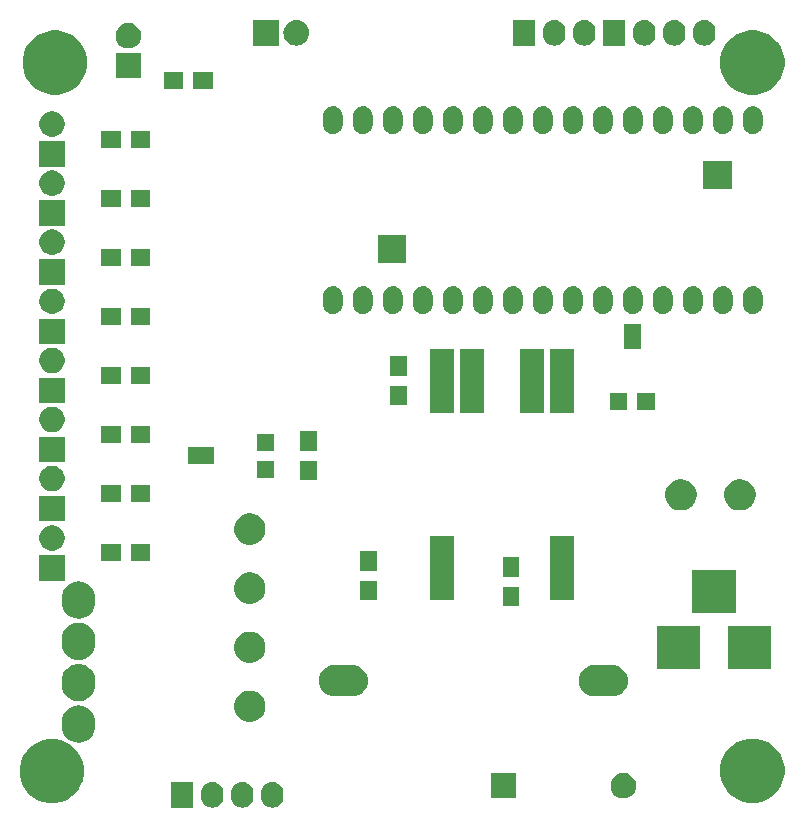
<source format=gts>
G04 #@! TF.GenerationSoftware,KiCad,Pcbnew,5.0.0-rc2*
G04 #@! TF.CreationDate,2019-06-04T00:54:00-04:00*
G04 #@! TF.ProjectId,gassensor,67617373656E736F722E6B696361645F,rev?*
G04 #@! TF.SameCoordinates,Original*
G04 #@! TF.FileFunction,Soldermask,Top*
G04 #@! TF.FilePolarity,Negative*
%FSLAX46Y46*%
G04 Gerber Fmt 4.6, Leading zero omitted, Abs format (unit mm)*
G04 Created by KiCad (PCBNEW 5.0.0-rc2) date Tue Jun  4 00:54:00 2019*
%MOMM*%
%LPD*%
G01*
G04 APERTURE LIST*
%ADD10C,0.100000*%
G04 APERTURE END LIST*
D10*
G36*
X121596227Y-125413397D02*
X121596229Y-125413398D01*
X121596232Y-125413398D01*
X121773385Y-125467137D01*
X121926110Y-125548771D01*
X121936652Y-125554405D01*
X122079753Y-125671846D01*
X122197194Y-125814947D01*
X122197195Y-125814949D01*
X122284462Y-125978214D01*
X122338201Y-126155367D01*
X122338201Y-126155368D01*
X122338202Y-126155372D01*
X122351799Y-126293427D01*
X122351800Y-126690573D01*
X122338203Y-126828627D01*
X122338202Y-126828629D01*
X122338202Y-126828632D01*
X122284463Y-127005785D01*
X122222647Y-127121434D01*
X122197195Y-127169052D01*
X122079754Y-127312153D01*
X121936653Y-127429594D01*
X121936651Y-127429595D01*
X121773386Y-127516862D01*
X121596233Y-127570601D01*
X121596230Y-127570601D01*
X121596228Y-127570602D01*
X121412000Y-127588748D01*
X121227773Y-127570603D01*
X121227771Y-127570602D01*
X121227768Y-127570602D01*
X121050615Y-127516863D01*
X120887350Y-127429596D01*
X120887348Y-127429595D01*
X120744247Y-127312154D01*
X120626806Y-127169053D01*
X120579973Y-127081434D01*
X120539538Y-127005786D01*
X120485799Y-126828633D01*
X120485799Y-126828630D01*
X120485798Y-126828628D01*
X120472201Y-126690573D01*
X120472200Y-126293427D01*
X120485797Y-126155373D01*
X120485798Y-126155371D01*
X120485798Y-126155368D01*
X120539537Y-125978215D01*
X120626804Y-125814950D01*
X120626805Y-125814948D01*
X120744246Y-125671847D01*
X120887347Y-125554406D01*
X120897889Y-125548771D01*
X121050614Y-125467138D01*
X121227767Y-125413399D01*
X121227770Y-125413399D01*
X121227772Y-125413398D01*
X121412000Y-125395252D01*
X121596227Y-125413397D01*
X121596227Y-125413397D01*
G37*
G36*
X119056227Y-125413397D02*
X119056229Y-125413398D01*
X119056232Y-125413398D01*
X119233385Y-125467137D01*
X119386110Y-125548771D01*
X119396652Y-125554405D01*
X119539753Y-125671846D01*
X119657194Y-125814947D01*
X119657195Y-125814949D01*
X119744462Y-125978214D01*
X119798201Y-126155367D01*
X119798201Y-126155368D01*
X119798202Y-126155372D01*
X119811799Y-126293427D01*
X119811800Y-126690573D01*
X119798203Y-126828627D01*
X119798202Y-126828629D01*
X119798202Y-126828632D01*
X119744463Y-127005785D01*
X119682647Y-127121434D01*
X119657195Y-127169052D01*
X119539754Y-127312153D01*
X119396653Y-127429594D01*
X119396651Y-127429595D01*
X119233386Y-127516862D01*
X119056233Y-127570601D01*
X119056230Y-127570601D01*
X119056228Y-127570602D01*
X118872000Y-127588748D01*
X118687773Y-127570603D01*
X118687771Y-127570602D01*
X118687768Y-127570602D01*
X118510615Y-127516863D01*
X118347350Y-127429596D01*
X118347348Y-127429595D01*
X118204247Y-127312154D01*
X118086806Y-127169053D01*
X118039973Y-127081434D01*
X117999538Y-127005786D01*
X117945799Y-126828633D01*
X117945799Y-126828630D01*
X117945798Y-126828628D01*
X117932201Y-126690573D01*
X117932200Y-126293427D01*
X117945797Y-126155373D01*
X117945798Y-126155371D01*
X117945798Y-126155368D01*
X117999537Y-125978215D01*
X118086804Y-125814950D01*
X118086805Y-125814948D01*
X118204246Y-125671847D01*
X118347347Y-125554406D01*
X118357889Y-125548771D01*
X118510614Y-125467138D01*
X118687767Y-125413399D01*
X118687770Y-125413399D01*
X118687772Y-125413398D01*
X118872000Y-125395252D01*
X119056227Y-125413397D01*
X119056227Y-125413397D01*
G37*
G36*
X116516227Y-125413397D02*
X116516229Y-125413398D01*
X116516232Y-125413398D01*
X116693385Y-125467137D01*
X116846110Y-125548771D01*
X116856652Y-125554405D01*
X116999753Y-125671846D01*
X117117194Y-125814947D01*
X117117195Y-125814949D01*
X117204462Y-125978214D01*
X117258201Y-126155367D01*
X117258201Y-126155368D01*
X117258202Y-126155372D01*
X117271799Y-126293427D01*
X117271800Y-126690573D01*
X117258203Y-126828627D01*
X117258202Y-126828629D01*
X117258202Y-126828632D01*
X117204463Y-127005785D01*
X117142647Y-127121434D01*
X117117195Y-127169052D01*
X116999754Y-127312153D01*
X116856653Y-127429594D01*
X116856651Y-127429595D01*
X116693386Y-127516862D01*
X116516233Y-127570601D01*
X116516230Y-127570601D01*
X116516228Y-127570602D01*
X116332000Y-127588748D01*
X116147773Y-127570603D01*
X116147771Y-127570602D01*
X116147768Y-127570602D01*
X115970615Y-127516863D01*
X115807350Y-127429596D01*
X115807348Y-127429595D01*
X115664247Y-127312154D01*
X115546806Y-127169053D01*
X115499973Y-127081434D01*
X115459538Y-127005786D01*
X115405799Y-126828633D01*
X115405799Y-126828630D01*
X115405798Y-126828628D01*
X115392201Y-126690573D01*
X115392200Y-126293427D01*
X115405797Y-126155373D01*
X115405798Y-126155371D01*
X115405798Y-126155368D01*
X115459537Y-125978215D01*
X115546804Y-125814950D01*
X115546805Y-125814948D01*
X115664246Y-125671847D01*
X115807347Y-125554406D01*
X115817889Y-125548771D01*
X115970614Y-125467138D01*
X116147767Y-125413399D01*
X116147770Y-125413399D01*
X116147772Y-125413398D01*
X116332000Y-125395252D01*
X116516227Y-125413397D01*
X116516227Y-125413397D01*
G37*
G36*
X114731800Y-127584200D02*
X112852200Y-127584200D01*
X112852200Y-125399800D01*
X114731800Y-125399800D01*
X114731800Y-127584200D01*
X114731800Y-127584200D01*
G37*
G36*
X103545205Y-121878566D02*
X104041338Y-122084071D01*
X104339014Y-122282972D01*
X104427987Y-122342422D01*
X104487852Y-122382423D01*
X104867577Y-122762148D01*
X105165929Y-123208662D01*
X105371434Y-123704795D01*
X105476200Y-124231493D01*
X105476200Y-124768507D01*
X105371434Y-125295205D01*
X105165929Y-125791338D01*
X105041062Y-125978214D01*
X104868155Y-126236988D01*
X104867577Y-126237852D01*
X104487852Y-126617577D01*
X104041338Y-126915929D01*
X103545205Y-127121434D01*
X103018507Y-127226200D01*
X102481493Y-127226200D01*
X101954795Y-127121434D01*
X101458662Y-126915929D01*
X101012148Y-126617577D01*
X100632423Y-126237852D01*
X100631846Y-126236988D01*
X100458938Y-125978214D01*
X100334071Y-125791338D01*
X100128566Y-125295205D01*
X100023800Y-124768507D01*
X100023800Y-124231493D01*
X100128566Y-123704795D01*
X100334071Y-123208662D01*
X100632423Y-122762148D01*
X101012148Y-122382423D01*
X101072014Y-122342422D01*
X101160986Y-122282972D01*
X101458662Y-122084071D01*
X101954795Y-121878566D01*
X102481493Y-121773800D01*
X103018507Y-121773800D01*
X103545205Y-121878566D01*
X103545205Y-121878566D01*
G37*
G36*
X162847205Y-121838566D02*
X163343338Y-122044071D01*
X163789852Y-122342423D01*
X164169577Y-122722148D01*
X164467929Y-123168662D01*
X164673434Y-123664795D01*
X164778200Y-124191493D01*
X164778200Y-124728507D01*
X164673434Y-125255205D01*
X164467929Y-125751338D01*
X164316335Y-125978214D01*
X164169578Y-126197851D01*
X163789851Y-126577578D01*
X163641014Y-126677028D01*
X163343338Y-126875929D01*
X162847205Y-127081434D01*
X162320507Y-127186200D01*
X161783493Y-127186200D01*
X161256795Y-127081434D01*
X160760662Y-126875929D01*
X160462986Y-126677028D01*
X160314149Y-126577578D01*
X159934422Y-126197851D01*
X159787665Y-125978214D01*
X159636071Y-125751338D01*
X159430566Y-125255205D01*
X159325800Y-124728507D01*
X159325800Y-124191493D01*
X159430566Y-123664795D01*
X159636071Y-123168662D01*
X159934423Y-122722148D01*
X160314148Y-122342423D01*
X160760662Y-122044071D01*
X161256795Y-121838566D01*
X161783493Y-121733800D01*
X162320507Y-121733800D01*
X162847205Y-121838566D01*
X162847205Y-121838566D01*
G37*
G36*
X142045690Y-126803150D02*
X139894310Y-126803150D01*
X139894310Y-124651770D01*
X142045690Y-124651770D01*
X142045690Y-126803150D01*
X142045690Y-126803150D01*
G37*
G36*
X151443769Y-124693108D02*
X151639528Y-124774194D01*
X151815714Y-124891918D01*
X151965542Y-125041746D01*
X152083266Y-125217932D01*
X152164352Y-125413691D01*
X152205690Y-125621514D01*
X152205690Y-125833406D01*
X152164352Y-126041229D01*
X152083266Y-126236988D01*
X151965542Y-126413174D01*
X151815714Y-126563002D01*
X151639528Y-126680726D01*
X151443769Y-126761812D01*
X151235946Y-126803150D01*
X151024054Y-126803150D01*
X150816231Y-126761812D01*
X150620472Y-126680726D01*
X150444286Y-126563002D01*
X150294458Y-126413174D01*
X150176734Y-126236988D01*
X150095648Y-126041229D01*
X150054310Y-125833406D01*
X150054310Y-125621514D01*
X150095648Y-125413691D01*
X150176734Y-125217932D01*
X150294458Y-125041746D01*
X150444286Y-124891918D01*
X150620472Y-124774194D01*
X150816231Y-124693108D01*
X151024054Y-124651770D01*
X151235946Y-124651770D01*
X151443769Y-124693108D01*
X151443769Y-124693108D01*
G37*
G36*
X105279579Y-118944435D02*
X105397947Y-118980342D01*
X105548423Y-119025988D01*
X105796187Y-119158421D01*
X106013354Y-119336645D01*
X106191578Y-119553812D01*
X106324011Y-119801576D01*
X106337306Y-119845405D01*
X106405564Y-120070420D01*
X106426199Y-120279935D01*
X106426200Y-120720064D01*
X106405565Y-120929579D01*
X106405563Y-120929584D01*
X106324012Y-121198423D01*
X106191579Y-121446187D01*
X106013355Y-121663354D01*
X105796188Y-121841578D01*
X105548424Y-121974011D01*
X105367174Y-122028992D01*
X105279579Y-122055564D01*
X105000000Y-122083101D01*
X104720421Y-122055565D01*
X104602053Y-122019658D01*
X104451577Y-121974012D01*
X104203813Y-121841579D01*
X103986646Y-121663355D01*
X103808422Y-121446188D01*
X103675989Y-121198424D01*
X103630343Y-121047948D01*
X103594436Y-120929580D01*
X103573801Y-120720065D01*
X103573800Y-120279936D01*
X103594435Y-120070421D01*
X103630342Y-119952053D01*
X103675988Y-119801577D01*
X103808421Y-119553813D01*
X103986645Y-119336646D01*
X104203812Y-119158422D01*
X104451576Y-119025989D01*
X104632826Y-118971008D01*
X104720421Y-118944436D01*
X105000000Y-118916899D01*
X105279579Y-118944435D01*
X105279579Y-118944435D01*
G37*
G36*
X119886840Y-117724765D02*
X120128189Y-117824735D01*
X120345405Y-117969874D01*
X120530126Y-118154595D01*
X120675265Y-118371811D01*
X120775235Y-118613160D01*
X120826200Y-118869381D01*
X120826200Y-119130619D01*
X120775235Y-119386840D01*
X120675265Y-119628189D01*
X120530126Y-119845405D01*
X120345405Y-120030126D01*
X120128189Y-120175265D01*
X119886840Y-120275235D01*
X119630619Y-120326200D01*
X119369381Y-120326200D01*
X119113160Y-120275235D01*
X118871811Y-120175265D01*
X118654595Y-120030126D01*
X118469874Y-119845405D01*
X118324735Y-119628189D01*
X118224765Y-119386840D01*
X118173800Y-119130619D01*
X118173800Y-118869381D01*
X118224765Y-118613160D01*
X118324735Y-118371811D01*
X118469874Y-118154595D01*
X118654595Y-117969874D01*
X118871811Y-117824735D01*
X119113160Y-117724765D01*
X119369381Y-117673800D01*
X119630619Y-117673800D01*
X119886840Y-117724765D01*
X119886840Y-117724765D01*
G37*
G36*
X105279579Y-115444435D02*
X105397947Y-115480342D01*
X105548423Y-115525988D01*
X105796187Y-115658421D01*
X106013354Y-115836645D01*
X106191578Y-116053812D01*
X106324011Y-116301576D01*
X106369657Y-116452052D01*
X106405564Y-116570420D01*
X106426199Y-116779935D01*
X106426200Y-117220064D01*
X106405565Y-117429579D01*
X106405563Y-117429584D01*
X106324012Y-117698423D01*
X106191579Y-117946187D01*
X106013355Y-118163354D01*
X105796188Y-118341578D01*
X105548424Y-118474011D01*
X105367174Y-118528992D01*
X105279579Y-118555564D01*
X105000000Y-118583101D01*
X104720421Y-118555565D01*
X104602053Y-118519658D01*
X104451577Y-118474012D01*
X104203813Y-118341579D01*
X103986646Y-118163355D01*
X103808422Y-117946188D01*
X103675989Y-117698424D01*
X103630343Y-117547948D01*
X103594436Y-117429580D01*
X103573801Y-117220065D01*
X103573800Y-116779936D01*
X103594435Y-116570421D01*
X103667320Y-116330153D01*
X103675988Y-116301577D01*
X103808421Y-116053813D01*
X103986645Y-115836646D01*
X104203812Y-115658422D01*
X104451576Y-115525989D01*
X104632826Y-115471008D01*
X104720421Y-115444436D01*
X105000000Y-115416899D01*
X105279579Y-115444435D01*
X105279579Y-115444435D01*
G37*
G36*
X150441224Y-115533304D02*
X150441227Y-115533305D01*
X150441228Y-115533305D01*
X150691157Y-115609120D01*
X150921495Y-115732238D01*
X151123385Y-115897925D01*
X151289072Y-116099815D01*
X151412190Y-116330153D01*
X151488006Y-116580086D01*
X151513606Y-116840000D01*
X151488006Y-117099914D01*
X151488005Y-117099917D01*
X151488005Y-117099918D01*
X151451559Y-117220064D01*
X151412190Y-117349847D01*
X151289072Y-117580185D01*
X151123385Y-117782075D01*
X150921495Y-117947762D01*
X150921493Y-117947763D01*
X150691157Y-118070880D01*
X150441228Y-118146695D01*
X150441227Y-118146695D01*
X150441224Y-118146696D01*
X150246447Y-118165880D01*
X148615033Y-118165880D01*
X148420256Y-118146696D01*
X148420253Y-118146695D01*
X148420252Y-118146695D01*
X148170323Y-118070880D01*
X147939987Y-117947763D01*
X147939985Y-117947762D01*
X147738095Y-117782075D01*
X147572408Y-117580185D01*
X147449290Y-117349847D01*
X147409921Y-117220064D01*
X147373475Y-117099918D01*
X147373475Y-117099917D01*
X147373474Y-117099914D01*
X147347874Y-116840000D01*
X147373474Y-116580086D01*
X147449290Y-116330153D01*
X147572408Y-116099815D01*
X147738095Y-115897925D01*
X147939985Y-115732238D01*
X148170323Y-115609120D01*
X148420252Y-115533305D01*
X148420253Y-115533305D01*
X148420256Y-115533304D01*
X148615033Y-115514120D01*
X150246447Y-115514120D01*
X150441224Y-115533304D01*
X150441224Y-115533304D01*
G37*
G36*
X128439744Y-115533304D02*
X128439747Y-115533305D01*
X128439748Y-115533305D01*
X128689677Y-115609120D01*
X128920015Y-115732238D01*
X129121905Y-115897925D01*
X129287592Y-116099815D01*
X129410710Y-116330153D01*
X129486526Y-116580086D01*
X129512126Y-116840000D01*
X129486526Y-117099914D01*
X129486525Y-117099917D01*
X129486525Y-117099918D01*
X129450079Y-117220064D01*
X129410710Y-117349847D01*
X129287592Y-117580185D01*
X129121905Y-117782075D01*
X128920015Y-117947762D01*
X128920013Y-117947763D01*
X128689677Y-118070880D01*
X128439748Y-118146695D01*
X128439747Y-118146695D01*
X128439744Y-118146696D01*
X128244967Y-118165880D01*
X126613553Y-118165880D01*
X126418776Y-118146696D01*
X126418773Y-118146695D01*
X126418772Y-118146695D01*
X126168843Y-118070880D01*
X125938507Y-117947763D01*
X125938505Y-117947762D01*
X125736615Y-117782075D01*
X125570928Y-117580185D01*
X125447810Y-117349847D01*
X125408441Y-117220064D01*
X125371995Y-117099918D01*
X125371995Y-117099917D01*
X125371994Y-117099914D01*
X125346394Y-116840000D01*
X125371994Y-116580086D01*
X125447810Y-116330153D01*
X125570928Y-116099815D01*
X125736615Y-115897925D01*
X125938505Y-115732238D01*
X126168843Y-115609120D01*
X126418772Y-115533305D01*
X126418773Y-115533305D01*
X126418776Y-115533304D01*
X126613553Y-115514120D01*
X128244967Y-115514120D01*
X128439744Y-115533304D01*
X128439744Y-115533304D01*
G37*
G36*
X157626120Y-115826260D02*
X153973600Y-115826260D01*
X153973600Y-112173740D01*
X157626120Y-112173740D01*
X157626120Y-115826260D01*
X157626120Y-115826260D01*
G37*
G36*
X163625600Y-115826260D02*
X159973080Y-115826260D01*
X159973080Y-112173740D01*
X163625600Y-112173740D01*
X163625600Y-115826260D01*
X163625600Y-115826260D01*
G37*
G36*
X119886840Y-112724765D02*
X120128189Y-112824735D01*
X120345405Y-112969874D01*
X120530126Y-113154595D01*
X120675265Y-113371811D01*
X120775235Y-113613160D01*
X120826200Y-113869381D01*
X120826200Y-114130619D01*
X120775235Y-114386840D01*
X120675265Y-114628189D01*
X120530126Y-114845405D01*
X120345405Y-115030126D01*
X120128189Y-115175265D01*
X119886840Y-115275235D01*
X119630619Y-115326200D01*
X119369381Y-115326200D01*
X119113160Y-115275235D01*
X118871811Y-115175265D01*
X118654595Y-115030126D01*
X118469874Y-114845405D01*
X118324735Y-114628189D01*
X118224765Y-114386840D01*
X118173800Y-114130619D01*
X118173800Y-113869381D01*
X118224765Y-113613160D01*
X118324735Y-113371811D01*
X118469874Y-113154595D01*
X118654595Y-112969874D01*
X118871811Y-112824735D01*
X119113160Y-112724765D01*
X119369381Y-112673800D01*
X119630619Y-112673800D01*
X119886840Y-112724765D01*
X119886840Y-112724765D01*
G37*
G36*
X105279579Y-111944435D02*
X105397947Y-111980342D01*
X105548423Y-112025988D01*
X105796187Y-112158421D01*
X106013354Y-112336645D01*
X106191578Y-112553812D01*
X106324011Y-112801576D01*
X106369657Y-112952052D01*
X106405564Y-113070420D01*
X106426199Y-113279935D01*
X106426200Y-113720064D01*
X106405565Y-113929579D01*
X106405563Y-113929584D01*
X106324012Y-114198423D01*
X106191579Y-114446187D01*
X106013355Y-114663354D01*
X105796188Y-114841578D01*
X105548424Y-114974011D01*
X105367174Y-115028992D01*
X105279579Y-115055564D01*
X105000000Y-115083101D01*
X104720421Y-115055565D01*
X104602053Y-115019658D01*
X104451577Y-114974012D01*
X104203813Y-114841579D01*
X103986646Y-114663355D01*
X103808422Y-114446188D01*
X103675989Y-114198424D01*
X103630343Y-114047948D01*
X103594436Y-113929580D01*
X103573801Y-113720065D01*
X103573800Y-113279936D01*
X103594435Y-113070421D01*
X103668963Y-112824737D01*
X103675988Y-112801577D01*
X103808421Y-112553813D01*
X103986645Y-112336646D01*
X104203812Y-112158422D01*
X104451576Y-112025989D01*
X104632826Y-111971008D01*
X104720421Y-111944436D01*
X105000000Y-111916899D01*
X105279579Y-111944435D01*
X105279579Y-111944435D01*
G37*
G36*
X105279579Y-108444435D02*
X105397947Y-108480342D01*
X105548423Y-108525988D01*
X105796187Y-108658421D01*
X106013354Y-108836645D01*
X106191578Y-109053812D01*
X106324011Y-109301576D01*
X106349875Y-109386840D01*
X106405564Y-109570420D01*
X106426199Y-109779935D01*
X106426200Y-110220064D01*
X106405565Y-110429579D01*
X106405563Y-110429584D01*
X106324012Y-110698423D01*
X106191579Y-110946187D01*
X106013355Y-111163354D01*
X105796188Y-111341578D01*
X105548424Y-111474011D01*
X105367174Y-111528992D01*
X105279579Y-111555564D01*
X105000000Y-111583101D01*
X104720421Y-111555565D01*
X104602053Y-111519658D01*
X104451577Y-111474012D01*
X104203813Y-111341579D01*
X103986646Y-111163355D01*
X103808422Y-110946188D01*
X103675989Y-110698424D01*
X103626173Y-110534200D01*
X103594436Y-110429580D01*
X103573801Y-110220065D01*
X103573800Y-109779936D01*
X103594435Y-109570421D01*
X103650125Y-109386838D01*
X103675988Y-109301577D01*
X103808421Y-109053813D01*
X103986645Y-108836646D01*
X104203812Y-108658422D01*
X104451576Y-108525989D01*
X104632826Y-108471008D01*
X104720421Y-108444436D01*
X105000000Y-108416899D01*
X105279579Y-108444435D01*
X105279579Y-108444435D01*
G37*
G36*
X160625860Y-111127260D02*
X156973340Y-111127260D01*
X156973340Y-107474740D01*
X160625860Y-107474740D01*
X160625860Y-111127260D01*
X160625860Y-111127260D01*
G37*
G36*
X142306200Y-110534200D02*
X140903800Y-110534200D01*
X140903800Y-108881800D01*
X142306200Y-108881800D01*
X142306200Y-110534200D01*
X142306200Y-110534200D01*
G37*
G36*
X119886840Y-107724765D02*
X120128189Y-107824735D01*
X120345405Y-107969874D01*
X120530126Y-108154595D01*
X120675265Y-108371811D01*
X120775235Y-108613160D01*
X120826200Y-108869381D01*
X120826200Y-109130619D01*
X120775235Y-109386840D01*
X120675265Y-109628189D01*
X120530126Y-109845405D01*
X120345405Y-110030126D01*
X120128189Y-110175265D01*
X119886840Y-110275235D01*
X119630619Y-110326200D01*
X119369381Y-110326200D01*
X119113160Y-110275235D01*
X118871811Y-110175265D01*
X118654595Y-110030126D01*
X118469874Y-109845405D01*
X118324735Y-109628189D01*
X118224765Y-109386840D01*
X118173800Y-109130619D01*
X118173800Y-108869381D01*
X118224765Y-108613160D01*
X118324735Y-108371811D01*
X118469874Y-108154595D01*
X118654595Y-107969874D01*
X118871811Y-107824735D01*
X119113160Y-107724765D01*
X119369381Y-107673800D01*
X119630619Y-107673800D01*
X119886840Y-107724765D01*
X119886840Y-107724765D01*
G37*
G36*
X130241200Y-110026200D02*
X128838800Y-110026200D01*
X128838800Y-108373800D01*
X130241200Y-108373800D01*
X130241200Y-110026200D01*
X130241200Y-110026200D01*
G37*
G36*
X136790000Y-110015000D02*
X134790000Y-110015000D01*
X134790000Y-104615000D01*
X136790000Y-104615000D01*
X136790000Y-110015000D01*
X136790000Y-110015000D01*
G37*
G36*
X146950000Y-110015000D02*
X144950000Y-110015000D01*
X144950000Y-104615000D01*
X146950000Y-104615000D01*
X146950000Y-110015000D01*
X146950000Y-110015000D01*
G37*
G36*
X103826200Y-108366200D02*
X101673800Y-108366200D01*
X101673800Y-106213800D01*
X103826200Y-106213800D01*
X103826200Y-108366200D01*
X103826200Y-108366200D01*
G37*
G36*
X142306200Y-108034200D02*
X140903800Y-108034200D01*
X140903800Y-106381800D01*
X142306200Y-106381800D01*
X142306200Y-108034200D01*
X142306200Y-108034200D01*
G37*
G36*
X130241200Y-107526200D02*
X128838800Y-107526200D01*
X128838800Y-105873800D01*
X130241200Y-105873800D01*
X130241200Y-107526200D01*
X130241200Y-107526200D01*
G37*
G36*
X108576200Y-106701200D02*
X106923800Y-106701200D01*
X106923800Y-105298800D01*
X108576200Y-105298800D01*
X108576200Y-106701200D01*
X108576200Y-106701200D01*
G37*
G36*
X111076200Y-106701200D02*
X109423800Y-106701200D01*
X109423800Y-105298800D01*
X111076200Y-105298800D01*
X111076200Y-106701200D01*
X111076200Y-106701200D01*
G37*
G36*
X103063918Y-103715158D02*
X103259770Y-103796283D01*
X103259772Y-103796284D01*
X103347905Y-103855173D01*
X103436039Y-103914062D01*
X103585938Y-104063961D01*
X103703717Y-104240230D01*
X103784842Y-104436082D01*
X103826200Y-104644004D01*
X103826200Y-104855996D01*
X103784842Y-105063918D01*
X103703717Y-105259770D01*
X103585938Y-105436039D01*
X103436039Y-105585938D01*
X103347904Y-105644828D01*
X103259772Y-105703716D01*
X103259771Y-105703717D01*
X103259770Y-105703717D01*
X103063918Y-105784842D01*
X102855996Y-105826200D01*
X102644004Y-105826200D01*
X102436082Y-105784842D01*
X102240230Y-105703717D01*
X102240229Y-105703717D01*
X102240228Y-105703716D01*
X102152096Y-105644828D01*
X102063961Y-105585938D01*
X101914062Y-105436039D01*
X101796283Y-105259770D01*
X101715158Y-105063918D01*
X101673800Y-104855996D01*
X101673800Y-104644004D01*
X101715158Y-104436082D01*
X101796283Y-104240230D01*
X101914062Y-104063961D01*
X102063961Y-103914062D01*
X102152095Y-103855173D01*
X102240228Y-103796284D01*
X102240230Y-103796283D01*
X102436082Y-103715158D01*
X102644004Y-103673800D01*
X102855996Y-103673800D01*
X103063918Y-103715158D01*
X103063918Y-103715158D01*
G37*
G36*
X119886840Y-102724765D02*
X120128189Y-102824735D01*
X120345405Y-102969874D01*
X120530126Y-103154595D01*
X120675265Y-103371811D01*
X120775235Y-103613160D01*
X120826200Y-103869381D01*
X120826200Y-104130619D01*
X120775235Y-104386840D01*
X120675265Y-104628189D01*
X120530126Y-104845405D01*
X120345405Y-105030126D01*
X120128189Y-105175265D01*
X119886840Y-105275235D01*
X119630619Y-105326200D01*
X119369381Y-105326200D01*
X119113160Y-105275235D01*
X118871811Y-105175265D01*
X118654595Y-105030126D01*
X118469874Y-104845405D01*
X118324735Y-104628189D01*
X118224765Y-104386840D01*
X118173800Y-104130619D01*
X118173800Y-103869381D01*
X118224765Y-103613160D01*
X118324735Y-103371811D01*
X118469874Y-103154595D01*
X118654595Y-102969874D01*
X118871811Y-102824735D01*
X119113160Y-102724765D01*
X119369381Y-102673800D01*
X119630619Y-102673800D01*
X119886840Y-102724765D01*
X119886840Y-102724765D01*
G37*
G36*
X103826200Y-103326200D02*
X101673800Y-103326200D01*
X101673800Y-101173800D01*
X103826200Y-101173800D01*
X103826200Y-103326200D01*
X103826200Y-103326200D01*
G37*
G36*
X156382840Y-99816765D02*
X156624189Y-99916735D01*
X156841405Y-100061874D01*
X157026126Y-100246595D01*
X157171265Y-100463811D01*
X157271235Y-100705160D01*
X157322200Y-100961381D01*
X157322200Y-101222619D01*
X157271235Y-101478840D01*
X157171265Y-101720189D01*
X157026126Y-101937405D01*
X156841405Y-102122126D01*
X156624189Y-102267265D01*
X156382840Y-102367235D01*
X156126619Y-102418200D01*
X155865381Y-102418200D01*
X155609160Y-102367235D01*
X155367811Y-102267265D01*
X155150595Y-102122126D01*
X154965874Y-101937405D01*
X154820735Y-101720189D01*
X154720765Y-101478840D01*
X154669800Y-101222619D01*
X154669800Y-100961381D01*
X154720765Y-100705160D01*
X154820735Y-100463811D01*
X154965874Y-100246595D01*
X155150595Y-100061874D01*
X155367811Y-99916735D01*
X155609160Y-99816765D01*
X155865381Y-99765800D01*
X156126619Y-99765800D01*
X156382840Y-99816765D01*
X156382840Y-99816765D01*
G37*
G36*
X161382840Y-99816765D02*
X161624189Y-99916735D01*
X161841405Y-100061874D01*
X162026126Y-100246595D01*
X162171265Y-100463811D01*
X162271235Y-100705160D01*
X162322200Y-100961381D01*
X162322200Y-101222619D01*
X162271235Y-101478840D01*
X162171265Y-101720189D01*
X162026126Y-101937405D01*
X161841405Y-102122126D01*
X161624189Y-102267265D01*
X161382840Y-102367235D01*
X161126619Y-102418200D01*
X160865381Y-102418200D01*
X160609160Y-102367235D01*
X160367811Y-102267265D01*
X160150595Y-102122126D01*
X159965874Y-101937405D01*
X159820735Y-101720189D01*
X159720765Y-101478840D01*
X159669800Y-101222619D01*
X159669800Y-100961381D01*
X159720765Y-100705160D01*
X159820735Y-100463811D01*
X159965874Y-100246595D01*
X160150595Y-100061874D01*
X160367811Y-99916735D01*
X160609160Y-99816765D01*
X160865381Y-99765800D01*
X161126619Y-99765800D01*
X161382840Y-99816765D01*
X161382840Y-99816765D01*
G37*
G36*
X108576200Y-101701200D02*
X106923800Y-101701200D01*
X106923800Y-100298800D01*
X108576200Y-100298800D01*
X108576200Y-101701200D01*
X108576200Y-101701200D01*
G37*
G36*
X111076200Y-101701200D02*
X109423800Y-101701200D01*
X109423800Y-100298800D01*
X111076200Y-100298800D01*
X111076200Y-101701200D01*
X111076200Y-101701200D01*
G37*
G36*
X103063918Y-98675158D02*
X103259770Y-98756283D01*
X103259772Y-98756284D01*
X103347904Y-98815172D01*
X103436039Y-98874062D01*
X103585938Y-99023961D01*
X103703717Y-99200230D01*
X103784842Y-99396082D01*
X103826200Y-99604004D01*
X103826200Y-99815996D01*
X103784842Y-100023918D01*
X103703717Y-100219770D01*
X103585938Y-100396039D01*
X103436039Y-100545938D01*
X103347904Y-100604828D01*
X103259772Y-100663716D01*
X103259771Y-100663717D01*
X103259770Y-100663717D01*
X103063918Y-100744842D01*
X102855996Y-100786200D01*
X102644004Y-100786200D01*
X102436082Y-100744842D01*
X102240230Y-100663717D01*
X102240229Y-100663717D01*
X102240228Y-100663716D01*
X102152096Y-100604828D01*
X102063961Y-100545938D01*
X101914062Y-100396039D01*
X101796283Y-100219770D01*
X101715158Y-100023918D01*
X101673800Y-99815996D01*
X101673800Y-99604004D01*
X101715158Y-99396082D01*
X101796283Y-99200230D01*
X101914062Y-99023961D01*
X102063961Y-98874062D01*
X102152096Y-98815172D01*
X102240228Y-98756284D01*
X102240230Y-98756283D01*
X102436082Y-98675158D01*
X102644004Y-98633800D01*
X102855996Y-98633800D01*
X103063918Y-98675158D01*
X103063918Y-98675158D01*
G37*
G36*
X125161200Y-99866200D02*
X123758800Y-99866200D01*
X123758800Y-98213800D01*
X125161200Y-98213800D01*
X125161200Y-99866200D01*
X125161200Y-99866200D01*
G37*
G36*
X121586200Y-99666200D02*
X120133800Y-99666200D01*
X120133800Y-98213800D01*
X121586200Y-98213800D01*
X121586200Y-99666200D01*
X121586200Y-99666200D01*
G37*
G36*
X116436200Y-98516200D02*
X114283800Y-98516200D01*
X114283800Y-97063800D01*
X116436200Y-97063800D01*
X116436200Y-98516200D01*
X116436200Y-98516200D01*
G37*
G36*
X103826200Y-98326200D02*
X101673800Y-98326200D01*
X101673800Y-96173800D01*
X103826200Y-96173800D01*
X103826200Y-98326200D01*
X103826200Y-98326200D01*
G37*
G36*
X125161200Y-97366200D02*
X123758800Y-97366200D01*
X123758800Y-95713800D01*
X125161200Y-95713800D01*
X125161200Y-97366200D01*
X125161200Y-97366200D01*
G37*
G36*
X121586200Y-97366200D02*
X120133800Y-97366200D01*
X120133800Y-95913800D01*
X121586200Y-95913800D01*
X121586200Y-97366200D01*
X121586200Y-97366200D01*
G37*
G36*
X108576200Y-96701200D02*
X106923800Y-96701200D01*
X106923800Y-95298800D01*
X108576200Y-95298800D01*
X108576200Y-96701200D01*
X108576200Y-96701200D01*
G37*
G36*
X111076200Y-96701200D02*
X109423800Y-96701200D01*
X109423800Y-95298800D01*
X111076200Y-95298800D01*
X111076200Y-96701200D01*
X111076200Y-96701200D01*
G37*
G36*
X103063918Y-93675158D02*
X103259770Y-93756283D01*
X103259772Y-93756284D01*
X103347905Y-93815173D01*
X103436039Y-93874062D01*
X103585938Y-94023961D01*
X103703717Y-94200230D01*
X103784842Y-94396082D01*
X103826200Y-94604004D01*
X103826200Y-94815996D01*
X103784842Y-95023918D01*
X103703717Y-95219770D01*
X103585938Y-95396039D01*
X103436039Y-95545938D01*
X103347905Y-95604827D01*
X103259772Y-95663716D01*
X103259771Y-95663717D01*
X103259770Y-95663717D01*
X103063918Y-95744842D01*
X102855996Y-95786200D01*
X102644004Y-95786200D01*
X102436082Y-95744842D01*
X102240230Y-95663717D01*
X102240229Y-95663717D01*
X102240228Y-95663716D01*
X102152095Y-95604827D01*
X102063961Y-95545938D01*
X101914062Y-95396039D01*
X101796283Y-95219770D01*
X101715158Y-95023918D01*
X101673800Y-94815996D01*
X101673800Y-94604004D01*
X101715158Y-94396082D01*
X101796283Y-94200230D01*
X101914062Y-94023961D01*
X102063961Y-93874062D01*
X102152095Y-93815173D01*
X102240228Y-93756284D01*
X102240230Y-93756283D01*
X102436082Y-93675158D01*
X102644004Y-93633800D01*
X102855996Y-93633800D01*
X103063918Y-93675158D01*
X103063918Y-93675158D01*
G37*
G36*
X139330000Y-94140000D02*
X137330000Y-94140000D01*
X137330000Y-88740000D01*
X139330000Y-88740000D01*
X139330000Y-94140000D01*
X139330000Y-94140000D01*
G37*
G36*
X144410000Y-94140000D02*
X142410000Y-94140000D01*
X142410000Y-88740000D01*
X144410000Y-88740000D01*
X144410000Y-94140000D01*
X144410000Y-94140000D01*
G37*
G36*
X146950000Y-94140000D02*
X144950000Y-94140000D01*
X144950000Y-88740000D01*
X146950000Y-88740000D01*
X146950000Y-94140000D01*
X146950000Y-94140000D01*
G37*
G36*
X136790000Y-94140000D02*
X134790000Y-94140000D01*
X134790000Y-88740000D01*
X136790000Y-88740000D01*
X136790000Y-94140000D01*
X136790000Y-94140000D01*
G37*
G36*
X151468200Y-93900200D02*
X150015800Y-93900200D01*
X150015800Y-92447800D01*
X151468200Y-92447800D01*
X151468200Y-93900200D01*
X151468200Y-93900200D01*
G37*
G36*
X153768200Y-93900200D02*
X152315800Y-93900200D01*
X152315800Y-92447800D01*
X153768200Y-92447800D01*
X153768200Y-93900200D01*
X153768200Y-93900200D01*
G37*
G36*
X132781200Y-93516200D02*
X131378800Y-93516200D01*
X131378800Y-91863800D01*
X132781200Y-91863800D01*
X132781200Y-93516200D01*
X132781200Y-93516200D01*
G37*
G36*
X103826200Y-93326200D02*
X101673800Y-93326200D01*
X101673800Y-91173800D01*
X103826200Y-91173800D01*
X103826200Y-93326200D01*
X103826200Y-93326200D01*
G37*
G36*
X108576200Y-91701200D02*
X106923800Y-91701200D01*
X106923800Y-90298800D01*
X108576200Y-90298800D01*
X108576200Y-91701200D01*
X108576200Y-91701200D01*
G37*
G36*
X111076200Y-91701200D02*
X109423800Y-91701200D01*
X109423800Y-90298800D01*
X111076200Y-90298800D01*
X111076200Y-91701200D01*
X111076200Y-91701200D01*
G37*
G36*
X132781200Y-91016200D02*
X131378800Y-91016200D01*
X131378800Y-89363800D01*
X132781200Y-89363800D01*
X132781200Y-91016200D01*
X132781200Y-91016200D01*
G37*
G36*
X103063918Y-88675158D02*
X103245084Y-88750200D01*
X103259772Y-88756284D01*
X103347905Y-88815173D01*
X103436039Y-88874062D01*
X103585938Y-89023961D01*
X103703717Y-89200230D01*
X103784842Y-89396082D01*
X103826200Y-89604004D01*
X103826200Y-89815996D01*
X103784842Y-90023918D01*
X103703717Y-90219770D01*
X103585938Y-90396039D01*
X103436039Y-90545938D01*
X103347905Y-90604827D01*
X103259772Y-90663716D01*
X103259771Y-90663717D01*
X103259770Y-90663717D01*
X103063918Y-90744842D01*
X102855996Y-90786200D01*
X102644004Y-90786200D01*
X102436082Y-90744842D01*
X102240230Y-90663717D01*
X102240229Y-90663717D01*
X102240228Y-90663716D01*
X102152095Y-90604827D01*
X102063961Y-90545938D01*
X101914062Y-90396039D01*
X101796283Y-90219770D01*
X101715158Y-90023918D01*
X101673800Y-89815996D01*
X101673800Y-89604004D01*
X101715158Y-89396082D01*
X101796283Y-89200230D01*
X101914062Y-89023961D01*
X102063961Y-88874062D01*
X102152095Y-88815173D01*
X102240228Y-88756284D01*
X102254916Y-88750200D01*
X102436082Y-88675158D01*
X102644004Y-88633800D01*
X102855996Y-88633800D01*
X103063918Y-88675158D01*
X103063918Y-88675158D01*
G37*
G36*
X152618200Y-88750200D02*
X151165800Y-88750200D01*
X151165800Y-86597800D01*
X152618200Y-86597800D01*
X152618200Y-88750200D01*
X152618200Y-88750200D01*
G37*
G36*
X103826200Y-88326200D02*
X101673800Y-88326200D01*
X101673800Y-86173800D01*
X103826200Y-86173800D01*
X103826200Y-88326200D01*
X103826200Y-88326200D01*
G37*
G36*
X108576200Y-86701200D02*
X106923800Y-86701200D01*
X106923800Y-85298800D01*
X108576200Y-85298800D01*
X108576200Y-86701200D01*
X108576200Y-86701200D01*
G37*
G36*
X111076200Y-86701200D02*
X109423800Y-86701200D01*
X109423800Y-85298800D01*
X111076200Y-85298800D01*
X111076200Y-86701200D01*
X111076200Y-86701200D01*
G37*
G36*
X147004311Y-83456108D02*
X147004314Y-83456109D01*
X147004315Y-83456109D01*
X147004318Y-83456110D01*
X147162315Y-83504037D01*
X147307932Y-83581871D01*
X147435563Y-83686616D01*
X147540308Y-83814247D01*
X147618142Y-83959864D01*
X147666071Y-84117868D01*
X147678199Y-84241005D01*
X147678200Y-84998994D01*
X147666072Y-85122131D01*
X147666071Y-85122134D01*
X147666071Y-85122135D01*
X147654834Y-85159180D01*
X147618143Y-85280135D01*
X147540309Y-85425752D01*
X147435564Y-85553383D01*
X147307933Y-85658128D01*
X147162316Y-85735962D01*
X147041361Y-85772653D01*
X147004316Y-85783890D01*
X147004315Y-85783890D01*
X147004312Y-85783891D01*
X146839999Y-85800076D01*
X146675689Y-85783892D01*
X146675686Y-85783891D01*
X146675685Y-85783891D01*
X146638640Y-85772654D01*
X146517685Y-85735963D01*
X146372068Y-85658129D01*
X146244437Y-85553384D01*
X146139692Y-85425753D01*
X146061858Y-85280136D01*
X146013929Y-85122132D01*
X146001801Y-84998995D01*
X146001800Y-84241006D01*
X146013928Y-84117869D01*
X146013930Y-84117864D01*
X146025166Y-84080820D01*
X146061857Y-83959865D01*
X146139691Y-83814248D01*
X146244436Y-83686617D01*
X146372067Y-83581872D01*
X146517684Y-83504038D01*
X146638639Y-83467347D01*
X146675684Y-83456110D01*
X146675685Y-83456110D01*
X146675688Y-83456109D01*
X146840001Y-83439924D01*
X147004311Y-83456108D01*
X147004311Y-83456108D01*
G37*
G36*
X126684311Y-83456108D02*
X126684314Y-83456109D01*
X126684315Y-83456109D01*
X126684318Y-83456110D01*
X126842315Y-83504037D01*
X126987932Y-83581871D01*
X127115563Y-83686616D01*
X127220308Y-83814247D01*
X127298142Y-83959864D01*
X127346071Y-84117868D01*
X127358199Y-84241005D01*
X127358200Y-84998994D01*
X127346072Y-85122131D01*
X127346071Y-85122134D01*
X127346071Y-85122135D01*
X127334834Y-85159180D01*
X127298143Y-85280135D01*
X127220309Y-85425752D01*
X127115564Y-85553383D01*
X126987933Y-85658128D01*
X126842316Y-85735962D01*
X126721361Y-85772653D01*
X126684316Y-85783890D01*
X126684315Y-85783890D01*
X126684312Y-85783891D01*
X126519999Y-85800076D01*
X126355689Y-85783892D01*
X126355686Y-85783891D01*
X126355685Y-85783891D01*
X126318640Y-85772654D01*
X126197685Y-85735963D01*
X126052068Y-85658129D01*
X125924437Y-85553384D01*
X125819692Y-85425753D01*
X125741858Y-85280136D01*
X125693929Y-85122132D01*
X125681801Y-84998995D01*
X125681800Y-84241006D01*
X125693928Y-84117869D01*
X125693930Y-84117864D01*
X125705166Y-84080820D01*
X125741857Y-83959865D01*
X125819691Y-83814248D01*
X125924436Y-83686617D01*
X126052067Y-83581872D01*
X126197684Y-83504038D01*
X126318639Y-83467347D01*
X126355684Y-83456110D01*
X126355685Y-83456110D01*
X126355688Y-83456109D01*
X126520001Y-83439924D01*
X126684311Y-83456108D01*
X126684311Y-83456108D01*
G37*
G36*
X129224311Y-83456108D02*
X129224314Y-83456109D01*
X129224315Y-83456109D01*
X129224318Y-83456110D01*
X129382315Y-83504037D01*
X129527932Y-83581871D01*
X129655563Y-83686616D01*
X129760308Y-83814247D01*
X129838142Y-83959864D01*
X129886071Y-84117868D01*
X129898199Y-84241005D01*
X129898200Y-84998994D01*
X129886072Y-85122131D01*
X129886071Y-85122134D01*
X129886071Y-85122135D01*
X129874834Y-85159180D01*
X129838143Y-85280135D01*
X129760309Y-85425752D01*
X129655564Y-85553383D01*
X129527933Y-85658128D01*
X129382316Y-85735962D01*
X129261361Y-85772653D01*
X129224316Y-85783890D01*
X129224315Y-85783890D01*
X129224312Y-85783891D01*
X129059999Y-85800076D01*
X128895689Y-85783892D01*
X128895686Y-85783891D01*
X128895685Y-85783891D01*
X128858640Y-85772654D01*
X128737685Y-85735963D01*
X128592068Y-85658129D01*
X128464437Y-85553384D01*
X128359692Y-85425753D01*
X128281858Y-85280136D01*
X128233929Y-85122132D01*
X128221801Y-84998995D01*
X128221800Y-84241006D01*
X128233928Y-84117869D01*
X128233930Y-84117864D01*
X128245166Y-84080820D01*
X128281857Y-83959865D01*
X128359691Y-83814248D01*
X128464436Y-83686617D01*
X128592067Y-83581872D01*
X128737684Y-83504038D01*
X128858639Y-83467347D01*
X128895684Y-83456110D01*
X128895685Y-83456110D01*
X128895688Y-83456109D01*
X129060001Y-83439924D01*
X129224311Y-83456108D01*
X129224311Y-83456108D01*
G37*
G36*
X131764311Y-83456108D02*
X131764314Y-83456109D01*
X131764315Y-83456109D01*
X131764318Y-83456110D01*
X131922315Y-83504037D01*
X132067932Y-83581871D01*
X132195563Y-83686616D01*
X132300308Y-83814247D01*
X132378142Y-83959864D01*
X132426071Y-84117868D01*
X132438199Y-84241005D01*
X132438200Y-84998994D01*
X132426072Y-85122131D01*
X132426071Y-85122134D01*
X132426071Y-85122135D01*
X132414834Y-85159180D01*
X132378143Y-85280135D01*
X132300309Y-85425752D01*
X132195564Y-85553383D01*
X132067933Y-85658128D01*
X131922316Y-85735962D01*
X131801361Y-85772653D01*
X131764316Y-85783890D01*
X131764315Y-85783890D01*
X131764312Y-85783891D01*
X131599999Y-85800076D01*
X131435689Y-85783892D01*
X131435686Y-85783891D01*
X131435685Y-85783891D01*
X131398640Y-85772654D01*
X131277685Y-85735963D01*
X131132068Y-85658129D01*
X131004437Y-85553384D01*
X130899692Y-85425753D01*
X130821858Y-85280136D01*
X130773929Y-85122132D01*
X130761801Y-84998995D01*
X130761800Y-84241006D01*
X130773928Y-84117869D01*
X130773930Y-84117864D01*
X130785166Y-84080820D01*
X130821857Y-83959865D01*
X130899691Y-83814248D01*
X131004436Y-83686617D01*
X131132067Y-83581872D01*
X131277684Y-83504038D01*
X131398639Y-83467347D01*
X131435684Y-83456110D01*
X131435685Y-83456110D01*
X131435688Y-83456109D01*
X131600001Y-83439924D01*
X131764311Y-83456108D01*
X131764311Y-83456108D01*
G37*
G36*
X134304311Y-83456108D02*
X134304314Y-83456109D01*
X134304315Y-83456109D01*
X134304318Y-83456110D01*
X134462315Y-83504037D01*
X134607932Y-83581871D01*
X134735563Y-83686616D01*
X134840308Y-83814247D01*
X134918142Y-83959864D01*
X134966071Y-84117868D01*
X134978199Y-84241005D01*
X134978200Y-84998994D01*
X134966072Y-85122131D01*
X134966071Y-85122134D01*
X134966071Y-85122135D01*
X134954834Y-85159180D01*
X134918143Y-85280135D01*
X134840309Y-85425752D01*
X134735564Y-85553383D01*
X134607933Y-85658128D01*
X134462316Y-85735962D01*
X134341361Y-85772653D01*
X134304316Y-85783890D01*
X134304315Y-85783890D01*
X134304312Y-85783891D01*
X134139999Y-85800076D01*
X133975689Y-85783892D01*
X133975686Y-85783891D01*
X133975685Y-85783891D01*
X133938640Y-85772654D01*
X133817685Y-85735963D01*
X133672068Y-85658129D01*
X133544437Y-85553384D01*
X133439692Y-85425753D01*
X133361858Y-85280136D01*
X133313929Y-85122132D01*
X133301801Y-84998995D01*
X133301800Y-84241006D01*
X133313928Y-84117869D01*
X133313930Y-84117864D01*
X133325166Y-84080820D01*
X133361857Y-83959865D01*
X133439691Y-83814248D01*
X133544436Y-83686617D01*
X133672067Y-83581872D01*
X133817684Y-83504038D01*
X133938639Y-83467347D01*
X133975684Y-83456110D01*
X133975685Y-83456110D01*
X133975688Y-83456109D01*
X134140001Y-83439924D01*
X134304311Y-83456108D01*
X134304311Y-83456108D01*
G37*
G36*
X136844311Y-83456108D02*
X136844314Y-83456109D01*
X136844315Y-83456109D01*
X136844318Y-83456110D01*
X137002315Y-83504037D01*
X137147932Y-83581871D01*
X137275563Y-83686616D01*
X137380308Y-83814247D01*
X137458142Y-83959864D01*
X137506071Y-84117868D01*
X137518199Y-84241005D01*
X137518200Y-84998994D01*
X137506072Y-85122131D01*
X137506071Y-85122134D01*
X137506071Y-85122135D01*
X137494834Y-85159180D01*
X137458143Y-85280135D01*
X137380309Y-85425752D01*
X137275564Y-85553383D01*
X137147933Y-85658128D01*
X137002316Y-85735962D01*
X136881361Y-85772653D01*
X136844316Y-85783890D01*
X136844315Y-85783890D01*
X136844312Y-85783891D01*
X136679999Y-85800076D01*
X136515689Y-85783892D01*
X136515686Y-85783891D01*
X136515685Y-85783891D01*
X136478640Y-85772654D01*
X136357685Y-85735963D01*
X136212068Y-85658129D01*
X136084437Y-85553384D01*
X135979692Y-85425753D01*
X135901858Y-85280136D01*
X135853929Y-85122132D01*
X135841801Y-84998995D01*
X135841800Y-84241006D01*
X135853928Y-84117869D01*
X135853930Y-84117864D01*
X135865166Y-84080820D01*
X135901857Y-83959865D01*
X135979691Y-83814248D01*
X136084436Y-83686617D01*
X136212067Y-83581872D01*
X136357684Y-83504038D01*
X136478639Y-83467347D01*
X136515684Y-83456110D01*
X136515685Y-83456110D01*
X136515688Y-83456109D01*
X136680001Y-83439924D01*
X136844311Y-83456108D01*
X136844311Y-83456108D01*
G37*
G36*
X139384311Y-83456108D02*
X139384314Y-83456109D01*
X139384315Y-83456109D01*
X139384318Y-83456110D01*
X139542315Y-83504037D01*
X139687932Y-83581871D01*
X139815563Y-83686616D01*
X139920308Y-83814247D01*
X139998142Y-83959864D01*
X140046071Y-84117868D01*
X140058199Y-84241005D01*
X140058200Y-84998994D01*
X140046072Y-85122131D01*
X140046071Y-85122134D01*
X140046071Y-85122135D01*
X140034834Y-85159180D01*
X139998143Y-85280135D01*
X139920309Y-85425752D01*
X139815564Y-85553383D01*
X139687933Y-85658128D01*
X139542316Y-85735962D01*
X139421361Y-85772653D01*
X139384316Y-85783890D01*
X139384315Y-85783890D01*
X139384312Y-85783891D01*
X139219999Y-85800076D01*
X139055689Y-85783892D01*
X139055686Y-85783891D01*
X139055685Y-85783891D01*
X139018640Y-85772654D01*
X138897685Y-85735963D01*
X138752068Y-85658129D01*
X138624437Y-85553384D01*
X138519692Y-85425753D01*
X138441858Y-85280136D01*
X138393929Y-85122132D01*
X138381801Y-84998995D01*
X138381800Y-84241006D01*
X138393928Y-84117869D01*
X138393930Y-84117864D01*
X138405166Y-84080820D01*
X138441857Y-83959865D01*
X138519691Y-83814248D01*
X138624436Y-83686617D01*
X138752067Y-83581872D01*
X138897684Y-83504038D01*
X139018639Y-83467347D01*
X139055684Y-83456110D01*
X139055685Y-83456110D01*
X139055688Y-83456109D01*
X139220001Y-83439924D01*
X139384311Y-83456108D01*
X139384311Y-83456108D01*
G37*
G36*
X144464311Y-83456108D02*
X144464314Y-83456109D01*
X144464315Y-83456109D01*
X144464318Y-83456110D01*
X144622315Y-83504037D01*
X144767932Y-83581871D01*
X144895563Y-83686616D01*
X145000308Y-83814247D01*
X145078142Y-83959864D01*
X145126071Y-84117868D01*
X145138199Y-84241005D01*
X145138200Y-84998994D01*
X145126072Y-85122131D01*
X145126071Y-85122134D01*
X145126071Y-85122135D01*
X145114834Y-85159180D01*
X145078143Y-85280135D01*
X145000309Y-85425752D01*
X144895564Y-85553383D01*
X144767933Y-85658128D01*
X144622316Y-85735962D01*
X144501361Y-85772653D01*
X144464316Y-85783890D01*
X144464315Y-85783890D01*
X144464312Y-85783891D01*
X144299999Y-85800076D01*
X144135689Y-85783892D01*
X144135686Y-85783891D01*
X144135685Y-85783891D01*
X144098640Y-85772654D01*
X143977685Y-85735963D01*
X143832068Y-85658129D01*
X143704437Y-85553384D01*
X143599692Y-85425753D01*
X143521858Y-85280136D01*
X143473929Y-85122132D01*
X143461801Y-84998995D01*
X143461800Y-84241006D01*
X143473928Y-84117869D01*
X143473930Y-84117864D01*
X143485166Y-84080820D01*
X143521857Y-83959865D01*
X143599691Y-83814248D01*
X143704436Y-83686617D01*
X143832067Y-83581872D01*
X143977684Y-83504038D01*
X144098639Y-83467347D01*
X144135684Y-83456110D01*
X144135685Y-83456110D01*
X144135688Y-83456109D01*
X144300001Y-83439924D01*
X144464311Y-83456108D01*
X144464311Y-83456108D01*
G37*
G36*
X157164311Y-83456108D02*
X157164314Y-83456109D01*
X157164315Y-83456109D01*
X157164318Y-83456110D01*
X157322315Y-83504037D01*
X157467932Y-83581871D01*
X157595563Y-83686616D01*
X157700308Y-83814247D01*
X157778142Y-83959864D01*
X157826071Y-84117868D01*
X157838199Y-84241005D01*
X157838200Y-84998994D01*
X157826072Y-85122131D01*
X157826071Y-85122134D01*
X157826071Y-85122135D01*
X157814834Y-85159180D01*
X157778143Y-85280135D01*
X157700309Y-85425752D01*
X157595564Y-85553383D01*
X157467933Y-85658128D01*
X157322316Y-85735962D01*
X157201361Y-85772653D01*
X157164316Y-85783890D01*
X157164315Y-85783890D01*
X157164312Y-85783891D01*
X156999999Y-85800076D01*
X156835689Y-85783892D01*
X156835686Y-85783891D01*
X156835685Y-85783891D01*
X156798640Y-85772654D01*
X156677685Y-85735963D01*
X156532068Y-85658129D01*
X156404437Y-85553384D01*
X156299692Y-85425753D01*
X156221858Y-85280136D01*
X156173929Y-85122132D01*
X156161801Y-84998995D01*
X156161800Y-84241006D01*
X156173928Y-84117869D01*
X156173930Y-84117864D01*
X156185166Y-84080820D01*
X156221857Y-83959865D01*
X156299691Y-83814248D01*
X156404436Y-83686617D01*
X156532067Y-83581872D01*
X156677684Y-83504038D01*
X156798639Y-83467347D01*
X156835684Y-83456110D01*
X156835685Y-83456110D01*
X156835688Y-83456109D01*
X157000001Y-83439924D01*
X157164311Y-83456108D01*
X157164311Y-83456108D01*
G37*
G36*
X154624311Y-83456108D02*
X154624314Y-83456109D01*
X154624315Y-83456109D01*
X154624318Y-83456110D01*
X154782315Y-83504037D01*
X154927932Y-83581871D01*
X155055563Y-83686616D01*
X155160308Y-83814247D01*
X155238142Y-83959864D01*
X155286071Y-84117868D01*
X155298199Y-84241005D01*
X155298200Y-84998994D01*
X155286072Y-85122131D01*
X155286071Y-85122134D01*
X155286071Y-85122135D01*
X155274834Y-85159180D01*
X155238143Y-85280135D01*
X155160309Y-85425752D01*
X155055564Y-85553383D01*
X154927933Y-85658128D01*
X154782316Y-85735962D01*
X154661361Y-85772653D01*
X154624316Y-85783890D01*
X154624315Y-85783890D01*
X154624312Y-85783891D01*
X154459999Y-85800076D01*
X154295689Y-85783892D01*
X154295686Y-85783891D01*
X154295685Y-85783891D01*
X154258640Y-85772654D01*
X154137685Y-85735963D01*
X153992068Y-85658129D01*
X153864437Y-85553384D01*
X153759692Y-85425753D01*
X153681858Y-85280136D01*
X153633929Y-85122132D01*
X153621801Y-84998995D01*
X153621800Y-84241006D01*
X153633928Y-84117869D01*
X153633930Y-84117864D01*
X153645166Y-84080820D01*
X153681857Y-83959865D01*
X153759691Y-83814248D01*
X153864436Y-83686617D01*
X153992067Y-83581872D01*
X154137684Y-83504038D01*
X154258639Y-83467347D01*
X154295684Y-83456110D01*
X154295685Y-83456110D01*
X154295688Y-83456109D01*
X154460001Y-83439924D01*
X154624311Y-83456108D01*
X154624311Y-83456108D01*
G37*
G36*
X152084311Y-83456108D02*
X152084314Y-83456109D01*
X152084315Y-83456109D01*
X152084318Y-83456110D01*
X152242315Y-83504037D01*
X152387932Y-83581871D01*
X152515563Y-83686616D01*
X152620308Y-83814247D01*
X152698142Y-83959864D01*
X152746071Y-84117868D01*
X152758199Y-84241005D01*
X152758200Y-84998994D01*
X152746072Y-85122131D01*
X152746071Y-85122134D01*
X152746071Y-85122135D01*
X152734834Y-85159180D01*
X152698143Y-85280135D01*
X152620309Y-85425752D01*
X152515564Y-85553383D01*
X152387933Y-85658128D01*
X152242316Y-85735962D01*
X152121361Y-85772653D01*
X152084316Y-85783890D01*
X152084315Y-85783890D01*
X152084312Y-85783891D01*
X151919999Y-85800076D01*
X151755689Y-85783892D01*
X151755686Y-85783891D01*
X151755685Y-85783891D01*
X151718640Y-85772654D01*
X151597685Y-85735963D01*
X151452068Y-85658129D01*
X151324437Y-85553384D01*
X151219692Y-85425753D01*
X151141858Y-85280136D01*
X151093929Y-85122132D01*
X151081801Y-84998995D01*
X151081800Y-84241006D01*
X151093928Y-84117869D01*
X151093930Y-84117864D01*
X151105166Y-84080820D01*
X151141857Y-83959865D01*
X151219691Y-83814248D01*
X151324436Y-83686617D01*
X151452067Y-83581872D01*
X151597684Y-83504038D01*
X151718639Y-83467347D01*
X151755684Y-83456110D01*
X151755685Y-83456110D01*
X151755688Y-83456109D01*
X151920001Y-83439924D01*
X152084311Y-83456108D01*
X152084311Y-83456108D01*
G37*
G36*
X159704311Y-83456108D02*
X159704314Y-83456109D01*
X159704315Y-83456109D01*
X159704318Y-83456110D01*
X159862315Y-83504037D01*
X160007932Y-83581871D01*
X160135563Y-83686616D01*
X160240308Y-83814247D01*
X160318142Y-83959864D01*
X160366071Y-84117868D01*
X160378199Y-84241005D01*
X160378200Y-84998994D01*
X160366072Y-85122131D01*
X160366071Y-85122134D01*
X160366071Y-85122135D01*
X160354834Y-85159180D01*
X160318143Y-85280135D01*
X160240309Y-85425752D01*
X160135564Y-85553383D01*
X160007933Y-85658128D01*
X159862316Y-85735962D01*
X159741361Y-85772653D01*
X159704316Y-85783890D01*
X159704315Y-85783890D01*
X159704312Y-85783891D01*
X159539999Y-85800076D01*
X159375689Y-85783892D01*
X159375686Y-85783891D01*
X159375685Y-85783891D01*
X159338640Y-85772654D01*
X159217685Y-85735963D01*
X159072068Y-85658129D01*
X158944437Y-85553384D01*
X158839692Y-85425753D01*
X158761858Y-85280136D01*
X158713929Y-85122132D01*
X158701801Y-84998995D01*
X158701800Y-84241006D01*
X158713928Y-84117869D01*
X158713930Y-84117864D01*
X158725166Y-84080820D01*
X158761857Y-83959865D01*
X158839691Y-83814248D01*
X158944436Y-83686617D01*
X159072067Y-83581872D01*
X159217684Y-83504038D01*
X159338639Y-83467347D01*
X159375684Y-83456110D01*
X159375685Y-83456110D01*
X159375688Y-83456109D01*
X159540001Y-83439924D01*
X159704311Y-83456108D01*
X159704311Y-83456108D01*
G37*
G36*
X141924311Y-83456108D02*
X141924314Y-83456109D01*
X141924315Y-83456109D01*
X141924318Y-83456110D01*
X142082315Y-83504037D01*
X142227932Y-83581871D01*
X142355563Y-83686616D01*
X142460308Y-83814247D01*
X142538142Y-83959864D01*
X142586071Y-84117868D01*
X142598199Y-84241005D01*
X142598200Y-84998994D01*
X142586072Y-85122131D01*
X142586071Y-85122134D01*
X142586071Y-85122135D01*
X142574834Y-85159180D01*
X142538143Y-85280135D01*
X142460309Y-85425752D01*
X142355564Y-85553383D01*
X142227933Y-85658128D01*
X142082316Y-85735962D01*
X141961361Y-85772653D01*
X141924316Y-85783890D01*
X141924315Y-85783890D01*
X141924312Y-85783891D01*
X141759999Y-85800076D01*
X141595689Y-85783892D01*
X141595686Y-85783891D01*
X141595685Y-85783891D01*
X141558640Y-85772654D01*
X141437685Y-85735963D01*
X141292068Y-85658129D01*
X141164437Y-85553384D01*
X141059692Y-85425753D01*
X140981858Y-85280136D01*
X140933929Y-85122132D01*
X140921801Y-84998995D01*
X140921800Y-84241006D01*
X140933928Y-84117869D01*
X140933930Y-84117864D01*
X140945166Y-84080820D01*
X140981857Y-83959865D01*
X141059691Y-83814248D01*
X141164436Y-83686617D01*
X141292067Y-83581872D01*
X141437684Y-83504038D01*
X141558639Y-83467347D01*
X141595684Y-83456110D01*
X141595685Y-83456110D01*
X141595688Y-83456109D01*
X141760001Y-83439924D01*
X141924311Y-83456108D01*
X141924311Y-83456108D01*
G37*
G36*
X149544311Y-83456108D02*
X149544314Y-83456109D01*
X149544315Y-83456109D01*
X149544318Y-83456110D01*
X149702315Y-83504037D01*
X149847932Y-83581871D01*
X149975563Y-83686616D01*
X150080308Y-83814247D01*
X150158142Y-83959864D01*
X150206071Y-84117868D01*
X150218199Y-84241005D01*
X150218200Y-84998994D01*
X150206072Y-85122131D01*
X150206071Y-85122134D01*
X150206071Y-85122135D01*
X150194834Y-85159180D01*
X150158143Y-85280135D01*
X150080309Y-85425752D01*
X149975564Y-85553383D01*
X149847933Y-85658128D01*
X149702316Y-85735962D01*
X149581361Y-85772653D01*
X149544316Y-85783890D01*
X149544315Y-85783890D01*
X149544312Y-85783891D01*
X149379999Y-85800076D01*
X149215689Y-85783892D01*
X149215686Y-85783891D01*
X149215685Y-85783891D01*
X149178640Y-85772654D01*
X149057685Y-85735963D01*
X148912068Y-85658129D01*
X148784437Y-85553384D01*
X148679692Y-85425753D01*
X148601858Y-85280136D01*
X148553929Y-85122132D01*
X148541801Y-84998995D01*
X148541800Y-84241006D01*
X148553928Y-84117869D01*
X148553930Y-84117864D01*
X148565166Y-84080820D01*
X148601857Y-83959865D01*
X148679691Y-83814248D01*
X148784436Y-83686617D01*
X148912067Y-83581872D01*
X149057684Y-83504038D01*
X149178639Y-83467347D01*
X149215684Y-83456110D01*
X149215685Y-83456110D01*
X149215688Y-83456109D01*
X149380001Y-83439924D01*
X149544311Y-83456108D01*
X149544311Y-83456108D01*
G37*
G36*
X162244311Y-83456108D02*
X162244314Y-83456109D01*
X162244315Y-83456109D01*
X162244318Y-83456110D01*
X162402315Y-83504037D01*
X162547932Y-83581871D01*
X162675563Y-83686616D01*
X162780308Y-83814247D01*
X162858142Y-83959864D01*
X162906071Y-84117868D01*
X162918199Y-84241005D01*
X162918200Y-84998994D01*
X162906072Y-85122131D01*
X162906071Y-85122134D01*
X162906071Y-85122135D01*
X162894834Y-85159180D01*
X162858143Y-85280135D01*
X162780309Y-85425752D01*
X162675564Y-85553383D01*
X162547933Y-85658128D01*
X162402316Y-85735962D01*
X162281361Y-85772653D01*
X162244316Y-85783890D01*
X162244315Y-85783890D01*
X162244312Y-85783891D01*
X162079999Y-85800076D01*
X161915689Y-85783892D01*
X161915686Y-85783891D01*
X161915685Y-85783891D01*
X161878640Y-85772654D01*
X161757685Y-85735963D01*
X161612068Y-85658129D01*
X161484437Y-85553384D01*
X161379692Y-85425753D01*
X161301858Y-85280136D01*
X161253929Y-85122132D01*
X161241801Y-84998995D01*
X161241800Y-84241006D01*
X161253928Y-84117869D01*
X161253930Y-84117864D01*
X161265166Y-84080820D01*
X161301857Y-83959865D01*
X161379691Y-83814248D01*
X161484436Y-83686617D01*
X161612067Y-83581872D01*
X161757684Y-83504038D01*
X161878639Y-83467347D01*
X161915684Y-83456110D01*
X161915685Y-83456110D01*
X161915688Y-83456109D01*
X162080001Y-83439924D01*
X162244311Y-83456108D01*
X162244311Y-83456108D01*
G37*
G36*
X103063918Y-83675158D02*
X103259770Y-83756283D01*
X103259772Y-83756284D01*
X103346519Y-83814247D01*
X103436039Y-83874062D01*
X103585938Y-84023961D01*
X103703717Y-84200230D01*
X103784842Y-84396082D01*
X103826200Y-84604004D01*
X103826200Y-84815996D01*
X103784842Y-85023918D01*
X103703717Y-85219770D01*
X103703716Y-85219772D01*
X103663382Y-85280136D01*
X103585938Y-85396039D01*
X103436039Y-85545938D01*
X103424895Y-85553384D01*
X103259772Y-85663716D01*
X103259771Y-85663717D01*
X103259770Y-85663717D01*
X103063918Y-85744842D01*
X102855996Y-85786200D01*
X102644004Y-85786200D01*
X102436082Y-85744842D01*
X102240230Y-85663717D01*
X102240229Y-85663717D01*
X102240228Y-85663716D01*
X102075105Y-85553384D01*
X102063961Y-85545938D01*
X101914062Y-85396039D01*
X101836618Y-85280136D01*
X101796284Y-85219772D01*
X101796283Y-85219770D01*
X101715158Y-85023918D01*
X101673800Y-84815996D01*
X101673800Y-84604004D01*
X101715158Y-84396082D01*
X101796283Y-84200230D01*
X101914062Y-84023961D01*
X102063961Y-83874062D01*
X102153481Y-83814247D01*
X102240228Y-83756284D01*
X102240230Y-83756283D01*
X102436082Y-83675158D01*
X102644004Y-83633800D01*
X102855996Y-83633800D01*
X103063918Y-83675158D01*
X103063918Y-83675158D01*
G37*
G36*
X103826200Y-83326200D02*
X101673800Y-83326200D01*
X101673800Y-81173800D01*
X103826200Y-81173800D01*
X103826200Y-83326200D01*
X103826200Y-83326200D01*
G37*
G36*
X108576200Y-81701200D02*
X106923800Y-81701200D01*
X106923800Y-80298800D01*
X108576200Y-80298800D01*
X108576200Y-81701200D01*
X108576200Y-81701200D01*
G37*
G36*
X111076200Y-81701200D02*
X109423800Y-81701200D01*
X109423800Y-80298800D01*
X111076200Y-80298800D01*
X111076200Y-81701200D01*
X111076200Y-81701200D01*
G37*
G36*
X132765800Y-81457800D02*
X130378200Y-81457800D01*
X130378200Y-79070200D01*
X132765800Y-79070200D01*
X132765800Y-81457800D01*
X132765800Y-81457800D01*
G37*
G36*
X103063918Y-78675158D02*
X103259770Y-78756283D01*
X103259772Y-78756284D01*
X103347904Y-78815172D01*
X103436039Y-78874062D01*
X103585938Y-79023961D01*
X103703717Y-79200230D01*
X103784842Y-79396082D01*
X103826200Y-79604004D01*
X103826200Y-79815996D01*
X103784842Y-80023918D01*
X103703717Y-80219770D01*
X103585938Y-80396039D01*
X103436039Y-80545938D01*
X103347904Y-80604828D01*
X103259772Y-80663716D01*
X103259771Y-80663717D01*
X103259770Y-80663717D01*
X103063918Y-80744842D01*
X102855996Y-80786200D01*
X102644004Y-80786200D01*
X102436082Y-80744842D01*
X102240230Y-80663717D01*
X102240229Y-80663717D01*
X102240228Y-80663716D01*
X102152096Y-80604828D01*
X102063961Y-80545938D01*
X101914062Y-80396039D01*
X101796283Y-80219770D01*
X101715158Y-80023918D01*
X101673800Y-79815996D01*
X101673800Y-79604004D01*
X101715158Y-79396082D01*
X101796283Y-79200230D01*
X101914062Y-79023961D01*
X102063961Y-78874062D01*
X102152096Y-78815172D01*
X102240228Y-78756284D01*
X102240230Y-78756283D01*
X102436082Y-78675158D01*
X102644004Y-78633800D01*
X102855996Y-78633800D01*
X103063918Y-78675158D01*
X103063918Y-78675158D01*
G37*
G36*
X103826200Y-78326200D02*
X101673800Y-78326200D01*
X101673800Y-76173800D01*
X103826200Y-76173800D01*
X103826200Y-78326200D01*
X103826200Y-78326200D01*
G37*
G36*
X111076200Y-76701200D02*
X109423800Y-76701200D01*
X109423800Y-75298800D01*
X111076200Y-75298800D01*
X111076200Y-76701200D01*
X111076200Y-76701200D01*
G37*
G36*
X108576200Y-76701200D02*
X106923800Y-76701200D01*
X106923800Y-75298800D01*
X108576200Y-75298800D01*
X108576200Y-76701200D01*
X108576200Y-76701200D01*
G37*
G36*
X103063918Y-73675158D02*
X103259770Y-73756283D01*
X103259772Y-73756284D01*
X103347904Y-73815172D01*
X103436039Y-73874062D01*
X103585938Y-74023961D01*
X103703717Y-74200230D01*
X103784842Y-74396082D01*
X103826200Y-74604004D01*
X103826200Y-74815996D01*
X103784842Y-75023918D01*
X103703717Y-75219770D01*
X103585938Y-75396039D01*
X103436039Y-75545938D01*
X103347905Y-75604827D01*
X103259772Y-75663716D01*
X103259771Y-75663717D01*
X103259770Y-75663717D01*
X103063918Y-75744842D01*
X102855996Y-75786200D01*
X102644004Y-75786200D01*
X102436082Y-75744842D01*
X102240230Y-75663717D01*
X102240229Y-75663717D01*
X102240228Y-75663716D01*
X102152095Y-75604827D01*
X102063961Y-75545938D01*
X101914062Y-75396039D01*
X101796283Y-75219770D01*
X101715158Y-75023918D01*
X101673800Y-74815996D01*
X101673800Y-74604004D01*
X101715158Y-74396082D01*
X101796283Y-74200230D01*
X101914062Y-74023961D01*
X102063961Y-73874062D01*
X102152096Y-73815172D01*
X102240228Y-73756284D01*
X102240230Y-73756283D01*
X102436082Y-73675158D01*
X102644004Y-73633800D01*
X102855996Y-73633800D01*
X103063918Y-73675158D01*
X103063918Y-73675158D01*
G37*
G36*
X160293800Y-75193800D02*
X157906200Y-75193800D01*
X157906200Y-72806200D01*
X160293800Y-72806200D01*
X160293800Y-75193800D01*
X160293800Y-75193800D01*
G37*
G36*
X103826200Y-73326200D02*
X101673800Y-73326200D01*
X101673800Y-71173800D01*
X103826200Y-71173800D01*
X103826200Y-73326200D01*
X103826200Y-73326200D01*
G37*
G36*
X111076200Y-71701200D02*
X109423800Y-71701200D01*
X109423800Y-70298800D01*
X111076200Y-70298800D01*
X111076200Y-71701200D01*
X111076200Y-71701200D01*
G37*
G36*
X108576200Y-71701200D02*
X106923800Y-71701200D01*
X106923800Y-70298800D01*
X108576200Y-70298800D01*
X108576200Y-71701200D01*
X108576200Y-71701200D01*
G37*
G36*
X103063918Y-68675158D02*
X103259770Y-68756283D01*
X103259772Y-68756284D01*
X103347905Y-68815173D01*
X103436039Y-68874062D01*
X103585938Y-69023961D01*
X103703717Y-69200230D01*
X103784842Y-69396082D01*
X103826200Y-69604004D01*
X103826200Y-69815996D01*
X103784842Y-70023918D01*
X103703717Y-70219770D01*
X103585938Y-70396039D01*
X103436039Y-70545938D01*
X103414881Y-70560075D01*
X103259772Y-70663716D01*
X103259771Y-70663717D01*
X103259770Y-70663717D01*
X103063918Y-70744842D01*
X102855996Y-70786200D01*
X102644004Y-70786200D01*
X102436082Y-70744842D01*
X102240230Y-70663717D01*
X102240229Y-70663717D01*
X102240228Y-70663716D01*
X102085119Y-70560075D01*
X102063961Y-70545938D01*
X101914062Y-70396039D01*
X101796283Y-70219770D01*
X101715158Y-70023918D01*
X101673800Y-69815996D01*
X101673800Y-69604004D01*
X101715158Y-69396082D01*
X101796283Y-69200230D01*
X101914062Y-69023961D01*
X102063961Y-68874062D01*
X102152095Y-68815173D01*
X102240228Y-68756284D01*
X102240230Y-68756283D01*
X102436082Y-68675158D01*
X102644004Y-68633800D01*
X102855996Y-68633800D01*
X103063918Y-68675158D01*
X103063918Y-68675158D01*
G37*
G36*
X162244311Y-68216108D02*
X162244314Y-68216109D01*
X162244315Y-68216109D01*
X162281360Y-68227346D01*
X162402315Y-68264037D01*
X162547932Y-68341871D01*
X162675563Y-68446616D01*
X162780308Y-68574247D01*
X162858142Y-68719864D01*
X162894833Y-68840819D01*
X162904917Y-68874062D01*
X162906071Y-68877868D01*
X162918199Y-69001005D01*
X162918200Y-69758994D01*
X162906072Y-69882131D01*
X162906071Y-69882134D01*
X162906071Y-69882135D01*
X162894834Y-69919180D01*
X162858143Y-70040135D01*
X162780309Y-70185752D01*
X162675564Y-70313383D01*
X162547933Y-70418128D01*
X162402316Y-70495962D01*
X162281361Y-70532653D01*
X162244316Y-70543890D01*
X162244315Y-70543890D01*
X162244312Y-70543891D01*
X162079999Y-70560076D01*
X161915689Y-70543892D01*
X161915686Y-70543891D01*
X161915685Y-70543891D01*
X161878640Y-70532654D01*
X161757685Y-70495963D01*
X161612068Y-70418129D01*
X161484437Y-70313384D01*
X161379692Y-70185753D01*
X161301858Y-70040136D01*
X161253929Y-69882132D01*
X161241801Y-69758995D01*
X161241800Y-69001006D01*
X161253928Y-68877869D01*
X161253930Y-68877864D01*
X161301472Y-68721135D01*
X161301857Y-68719865D01*
X161379691Y-68574248D01*
X161484436Y-68446617D01*
X161612067Y-68341872D01*
X161757684Y-68264038D01*
X161878639Y-68227347D01*
X161915684Y-68216110D01*
X161915685Y-68216110D01*
X161915688Y-68216109D01*
X162080001Y-68199924D01*
X162244311Y-68216108D01*
X162244311Y-68216108D01*
G37*
G36*
X154624311Y-68216108D02*
X154624314Y-68216109D01*
X154624315Y-68216109D01*
X154661360Y-68227346D01*
X154782315Y-68264037D01*
X154927932Y-68341871D01*
X155055563Y-68446616D01*
X155160308Y-68574247D01*
X155238142Y-68719864D01*
X155274833Y-68840819D01*
X155284917Y-68874062D01*
X155286071Y-68877868D01*
X155298199Y-69001005D01*
X155298200Y-69758994D01*
X155286072Y-69882131D01*
X155286071Y-69882134D01*
X155286071Y-69882135D01*
X155274834Y-69919180D01*
X155238143Y-70040135D01*
X155160309Y-70185752D01*
X155055564Y-70313383D01*
X154927933Y-70418128D01*
X154782316Y-70495962D01*
X154661361Y-70532653D01*
X154624316Y-70543890D01*
X154624315Y-70543890D01*
X154624312Y-70543891D01*
X154459999Y-70560076D01*
X154295689Y-70543892D01*
X154295686Y-70543891D01*
X154295685Y-70543891D01*
X154258640Y-70532654D01*
X154137685Y-70495963D01*
X153992068Y-70418129D01*
X153864437Y-70313384D01*
X153759692Y-70185753D01*
X153681858Y-70040136D01*
X153633929Y-69882132D01*
X153621801Y-69758995D01*
X153621800Y-69001006D01*
X153633928Y-68877869D01*
X153633930Y-68877864D01*
X153681472Y-68721135D01*
X153681857Y-68719865D01*
X153759691Y-68574248D01*
X153864436Y-68446617D01*
X153992067Y-68341872D01*
X154137684Y-68264038D01*
X154258639Y-68227347D01*
X154295684Y-68216110D01*
X154295685Y-68216110D01*
X154295688Y-68216109D01*
X154460001Y-68199924D01*
X154624311Y-68216108D01*
X154624311Y-68216108D01*
G37*
G36*
X159704311Y-68216108D02*
X159704314Y-68216109D01*
X159704315Y-68216109D01*
X159741360Y-68227346D01*
X159862315Y-68264037D01*
X160007932Y-68341871D01*
X160135563Y-68446616D01*
X160240308Y-68574247D01*
X160318142Y-68719864D01*
X160354833Y-68840819D01*
X160364917Y-68874062D01*
X160366071Y-68877868D01*
X160378199Y-69001005D01*
X160378200Y-69758994D01*
X160366072Y-69882131D01*
X160366071Y-69882134D01*
X160366071Y-69882135D01*
X160354834Y-69919180D01*
X160318143Y-70040135D01*
X160240309Y-70185752D01*
X160135564Y-70313383D01*
X160007933Y-70418128D01*
X159862316Y-70495962D01*
X159741361Y-70532653D01*
X159704316Y-70543890D01*
X159704315Y-70543890D01*
X159704312Y-70543891D01*
X159539999Y-70560076D01*
X159375689Y-70543892D01*
X159375686Y-70543891D01*
X159375685Y-70543891D01*
X159338640Y-70532654D01*
X159217685Y-70495963D01*
X159072068Y-70418129D01*
X158944437Y-70313384D01*
X158839692Y-70185753D01*
X158761858Y-70040136D01*
X158713929Y-69882132D01*
X158701801Y-69758995D01*
X158701800Y-69001006D01*
X158713928Y-68877869D01*
X158713930Y-68877864D01*
X158761472Y-68721135D01*
X158761857Y-68719865D01*
X158839691Y-68574248D01*
X158944436Y-68446617D01*
X159072067Y-68341872D01*
X159217684Y-68264038D01*
X159338639Y-68227347D01*
X159375684Y-68216110D01*
X159375685Y-68216110D01*
X159375688Y-68216109D01*
X159540001Y-68199924D01*
X159704311Y-68216108D01*
X159704311Y-68216108D01*
G37*
G36*
X157164311Y-68216108D02*
X157164314Y-68216109D01*
X157164315Y-68216109D01*
X157201360Y-68227346D01*
X157322315Y-68264037D01*
X157467932Y-68341871D01*
X157595563Y-68446616D01*
X157700308Y-68574247D01*
X157778142Y-68719864D01*
X157814833Y-68840819D01*
X157824917Y-68874062D01*
X157826071Y-68877868D01*
X157838199Y-69001005D01*
X157838200Y-69758994D01*
X157826072Y-69882131D01*
X157826071Y-69882134D01*
X157826071Y-69882135D01*
X157814834Y-69919180D01*
X157778143Y-70040135D01*
X157700309Y-70185752D01*
X157595564Y-70313383D01*
X157467933Y-70418128D01*
X157322316Y-70495962D01*
X157201361Y-70532653D01*
X157164316Y-70543890D01*
X157164315Y-70543890D01*
X157164312Y-70543891D01*
X156999999Y-70560076D01*
X156835689Y-70543892D01*
X156835686Y-70543891D01*
X156835685Y-70543891D01*
X156798640Y-70532654D01*
X156677685Y-70495963D01*
X156532068Y-70418129D01*
X156404437Y-70313384D01*
X156299692Y-70185753D01*
X156221858Y-70040136D01*
X156173929Y-69882132D01*
X156161801Y-69758995D01*
X156161800Y-69001006D01*
X156173928Y-68877869D01*
X156173930Y-68877864D01*
X156221472Y-68721135D01*
X156221857Y-68719865D01*
X156299691Y-68574248D01*
X156404436Y-68446617D01*
X156532067Y-68341872D01*
X156677684Y-68264038D01*
X156798639Y-68227347D01*
X156835684Y-68216110D01*
X156835685Y-68216110D01*
X156835688Y-68216109D01*
X157000001Y-68199924D01*
X157164311Y-68216108D01*
X157164311Y-68216108D01*
G37*
G36*
X152084311Y-68217378D02*
X152084314Y-68217379D01*
X152084315Y-68217379D01*
X152084318Y-68217380D01*
X152242315Y-68265307D01*
X152387932Y-68343141D01*
X152515563Y-68447886D01*
X152620308Y-68575517D01*
X152698142Y-68721134D01*
X152746071Y-68879138D01*
X152758199Y-69002275D01*
X152758200Y-69757724D01*
X152746072Y-69880861D01*
X152746071Y-69880864D01*
X152746071Y-69880865D01*
X152745686Y-69882135D01*
X152698143Y-70038865D01*
X152620309Y-70184482D01*
X152515564Y-70312113D01*
X152387933Y-70416858D01*
X152242316Y-70494692D01*
X152121361Y-70531383D01*
X152084316Y-70542620D01*
X152084315Y-70542620D01*
X152084312Y-70542621D01*
X151919999Y-70558806D01*
X151755689Y-70542622D01*
X151755686Y-70542621D01*
X151755685Y-70542621D01*
X151718640Y-70531384D01*
X151597685Y-70494693D01*
X151452068Y-70416859D01*
X151324437Y-70312114D01*
X151219692Y-70184483D01*
X151141858Y-70038866D01*
X151093929Y-69880862D01*
X151081801Y-69757725D01*
X151081800Y-69002276D01*
X151093928Y-68879139D01*
X151093930Y-68879134D01*
X151131195Y-68756284D01*
X151141857Y-68721135D01*
X151219691Y-68575518D01*
X151324436Y-68447887D01*
X151452067Y-68343142D01*
X151597684Y-68265308D01*
X151718639Y-68228617D01*
X151755684Y-68217380D01*
X151755685Y-68217380D01*
X151755688Y-68217379D01*
X151920001Y-68201194D01*
X152084311Y-68217378D01*
X152084311Y-68217378D01*
G37*
G36*
X149544311Y-68217378D02*
X149544314Y-68217379D01*
X149544315Y-68217379D01*
X149544318Y-68217380D01*
X149702315Y-68265307D01*
X149847932Y-68343141D01*
X149975563Y-68447886D01*
X150080308Y-68575517D01*
X150158142Y-68721134D01*
X150206071Y-68879138D01*
X150218199Y-69002275D01*
X150218200Y-69757724D01*
X150206072Y-69880861D01*
X150206071Y-69880864D01*
X150206071Y-69880865D01*
X150205686Y-69882135D01*
X150158143Y-70038865D01*
X150080309Y-70184482D01*
X149975564Y-70312113D01*
X149847933Y-70416858D01*
X149702316Y-70494692D01*
X149581361Y-70531383D01*
X149544316Y-70542620D01*
X149544315Y-70542620D01*
X149544312Y-70542621D01*
X149379999Y-70558806D01*
X149215689Y-70542622D01*
X149215686Y-70542621D01*
X149215685Y-70542621D01*
X149178640Y-70531384D01*
X149057685Y-70494693D01*
X148912068Y-70416859D01*
X148784437Y-70312114D01*
X148679692Y-70184483D01*
X148601858Y-70038866D01*
X148553929Y-69880862D01*
X148541801Y-69757725D01*
X148541800Y-69002276D01*
X148553928Y-68879139D01*
X148553930Y-68879134D01*
X148591195Y-68756284D01*
X148601857Y-68721135D01*
X148679691Y-68575518D01*
X148784436Y-68447887D01*
X148912067Y-68343142D01*
X149057684Y-68265308D01*
X149178639Y-68228617D01*
X149215684Y-68217380D01*
X149215685Y-68217380D01*
X149215688Y-68217379D01*
X149380001Y-68201194D01*
X149544311Y-68217378D01*
X149544311Y-68217378D01*
G37*
G36*
X147004311Y-68217378D02*
X147004314Y-68217379D01*
X147004315Y-68217379D01*
X147004318Y-68217380D01*
X147162315Y-68265307D01*
X147307932Y-68343141D01*
X147435563Y-68447886D01*
X147540308Y-68575517D01*
X147618142Y-68721134D01*
X147666071Y-68879138D01*
X147678199Y-69002275D01*
X147678200Y-69757724D01*
X147666072Y-69880861D01*
X147666071Y-69880864D01*
X147666071Y-69880865D01*
X147665686Y-69882135D01*
X147618143Y-70038865D01*
X147540309Y-70184482D01*
X147435564Y-70312113D01*
X147307933Y-70416858D01*
X147162316Y-70494692D01*
X147041361Y-70531383D01*
X147004316Y-70542620D01*
X147004315Y-70542620D01*
X147004312Y-70542621D01*
X146839999Y-70558806D01*
X146675689Y-70542622D01*
X146675686Y-70542621D01*
X146675685Y-70542621D01*
X146638640Y-70531384D01*
X146517685Y-70494693D01*
X146372068Y-70416859D01*
X146244437Y-70312114D01*
X146139692Y-70184483D01*
X146061858Y-70038866D01*
X146013929Y-69880862D01*
X146001801Y-69757725D01*
X146001800Y-69002276D01*
X146013928Y-68879139D01*
X146013930Y-68879134D01*
X146051195Y-68756284D01*
X146061857Y-68721135D01*
X146139691Y-68575518D01*
X146244436Y-68447887D01*
X146372067Y-68343142D01*
X146517684Y-68265308D01*
X146638639Y-68228617D01*
X146675684Y-68217380D01*
X146675685Y-68217380D01*
X146675688Y-68217379D01*
X146840001Y-68201194D01*
X147004311Y-68217378D01*
X147004311Y-68217378D01*
G37*
G36*
X144464311Y-68217378D02*
X144464314Y-68217379D01*
X144464315Y-68217379D01*
X144464318Y-68217380D01*
X144622315Y-68265307D01*
X144767932Y-68343141D01*
X144895563Y-68447886D01*
X145000308Y-68575517D01*
X145078142Y-68721134D01*
X145126071Y-68879138D01*
X145138199Y-69002275D01*
X145138200Y-69757724D01*
X145126072Y-69880861D01*
X145126071Y-69880864D01*
X145126071Y-69880865D01*
X145125686Y-69882135D01*
X145078143Y-70038865D01*
X145000309Y-70184482D01*
X144895564Y-70312113D01*
X144767933Y-70416858D01*
X144622316Y-70494692D01*
X144501361Y-70531383D01*
X144464316Y-70542620D01*
X144464315Y-70542620D01*
X144464312Y-70542621D01*
X144299999Y-70558806D01*
X144135689Y-70542622D01*
X144135686Y-70542621D01*
X144135685Y-70542621D01*
X144098640Y-70531384D01*
X143977685Y-70494693D01*
X143832068Y-70416859D01*
X143704437Y-70312114D01*
X143599692Y-70184483D01*
X143521858Y-70038866D01*
X143473929Y-69880862D01*
X143461801Y-69757725D01*
X143461800Y-69002276D01*
X143473928Y-68879139D01*
X143473930Y-68879134D01*
X143511195Y-68756284D01*
X143521857Y-68721135D01*
X143599691Y-68575518D01*
X143704436Y-68447887D01*
X143832067Y-68343142D01*
X143977684Y-68265308D01*
X144098639Y-68228617D01*
X144135684Y-68217380D01*
X144135685Y-68217380D01*
X144135688Y-68217379D01*
X144300001Y-68201194D01*
X144464311Y-68217378D01*
X144464311Y-68217378D01*
G37*
G36*
X141924311Y-68217378D02*
X141924314Y-68217379D01*
X141924315Y-68217379D01*
X141924318Y-68217380D01*
X142082315Y-68265307D01*
X142227932Y-68343141D01*
X142355563Y-68447886D01*
X142460308Y-68575517D01*
X142538142Y-68721134D01*
X142586071Y-68879138D01*
X142598199Y-69002275D01*
X142598200Y-69757724D01*
X142586072Y-69880861D01*
X142586071Y-69880864D01*
X142586071Y-69880865D01*
X142585686Y-69882135D01*
X142538143Y-70038865D01*
X142460309Y-70184482D01*
X142355564Y-70312113D01*
X142227933Y-70416858D01*
X142082316Y-70494692D01*
X141961361Y-70531383D01*
X141924316Y-70542620D01*
X141924315Y-70542620D01*
X141924312Y-70542621D01*
X141759999Y-70558806D01*
X141595689Y-70542622D01*
X141595686Y-70542621D01*
X141595685Y-70542621D01*
X141558640Y-70531384D01*
X141437685Y-70494693D01*
X141292068Y-70416859D01*
X141164437Y-70312114D01*
X141059692Y-70184483D01*
X140981858Y-70038866D01*
X140933929Y-69880862D01*
X140921801Y-69757725D01*
X140921800Y-69002276D01*
X140933928Y-68879139D01*
X140933930Y-68879134D01*
X140971195Y-68756284D01*
X140981857Y-68721135D01*
X141059691Y-68575518D01*
X141164436Y-68447887D01*
X141292067Y-68343142D01*
X141437684Y-68265308D01*
X141558639Y-68228617D01*
X141595684Y-68217380D01*
X141595685Y-68217380D01*
X141595688Y-68217379D01*
X141760001Y-68201194D01*
X141924311Y-68217378D01*
X141924311Y-68217378D01*
G37*
G36*
X139384311Y-68217378D02*
X139384314Y-68217379D01*
X139384315Y-68217379D01*
X139384318Y-68217380D01*
X139542315Y-68265307D01*
X139687932Y-68343141D01*
X139815563Y-68447886D01*
X139920308Y-68575517D01*
X139998142Y-68721134D01*
X140046071Y-68879138D01*
X140058199Y-69002275D01*
X140058200Y-69757724D01*
X140046072Y-69880861D01*
X140046071Y-69880864D01*
X140046071Y-69880865D01*
X140045686Y-69882135D01*
X139998143Y-70038865D01*
X139920309Y-70184482D01*
X139815564Y-70312113D01*
X139687933Y-70416858D01*
X139542316Y-70494692D01*
X139421361Y-70531383D01*
X139384316Y-70542620D01*
X139384315Y-70542620D01*
X139384312Y-70542621D01*
X139219999Y-70558806D01*
X139055689Y-70542622D01*
X139055686Y-70542621D01*
X139055685Y-70542621D01*
X139018640Y-70531384D01*
X138897685Y-70494693D01*
X138752068Y-70416859D01*
X138624437Y-70312114D01*
X138519692Y-70184483D01*
X138441858Y-70038866D01*
X138393929Y-69880862D01*
X138381801Y-69757725D01*
X138381800Y-69002276D01*
X138393928Y-68879139D01*
X138393930Y-68879134D01*
X138431195Y-68756284D01*
X138441857Y-68721135D01*
X138519691Y-68575518D01*
X138624436Y-68447887D01*
X138752067Y-68343142D01*
X138897684Y-68265308D01*
X139018639Y-68228617D01*
X139055684Y-68217380D01*
X139055685Y-68217380D01*
X139055688Y-68217379D01*
X139220001Y-68201194D01*
X139384311Y-68217378D01*
X139384311Y-68217378D01*
G37*
G36*
X136844311Y-68217378D02*
X136844314Y-68217379D01*
X136844315Y-68217379D01*
X136844318Y-68217380D01*
X137002315Y-68265307D01*
X137147932Y-68343141D01*
X137275563Y-68447886D01*
X137380308Y-68575517D01*
X137458142Y-68721134D01*
X137506071Y-68879138D01*
X137518199Y-69002275D01*
X137518200Y-69757724D01*
X137506072Y-69880861D01*
X137506071Y-69880864D01*
X137506071Y-69880865D01*
X137505686Y-69882135D01*
X137458143Y-70038865D01*
X137380309Y-70184482D01*
X137275564Y-70312113D01*
X137147933Y-70416858D01*
X137002316Y-70494692D01*
X136881361Y-70531383D01*
X136844316Y-70542620D01*
X136844315Y-70542620D01*
X136844312Y-70542621D01*
X136679999Y-70558806D01*
X136515689Y-70542622D01*
X136515686Y-70542621D01*
X136515685Y-70542621D01*
X136478640Y-70531384D01*
X136357685Y-70494693D01*
X136212068Y-70416859D01*
X136084437Y-70312114D01*
X135979692Y-70184483D01*
X135901858Y-70038866D01*
X135853929Y-69880862D01*
X135841801Y-69757725D01*
X135841800Y-69002276D01*
X135853928Y-68879139D01*
X135853930Y-68879134D01*
X135891195Y-68756284D01*
X135901857Y-68721135D01*
X135979691Y-68575518D01*
X136084436Y-68447887D01*
X136212067Y-68343142D01*
X136357684Y-68265308D01*
X136478639Y-68228617D01*
X136515684Y-68217380D01*
X136515685Y-68217380D01*
X136515688Y-68217379D01*
X136680001Y-68201194D01*
X136844311Y-68217378D01*
X136844311Y-68217378D01*
G37*
G36*
X134304311Y-68217378D02*
X134304314Y-68217379D01*
X134304315Y-68217379D01*
X134304318Y-68217380D01*
X134462315Y-68265307D01*
X134607932Y-68343141D01*
X134735563Y-68447886D01*
X134840308Y-68575517D01*
X134918142Y-68721134D01*
X134966071Y-68879138D01*
X134978199Y-69002275D01*
X134978200Y-69757724D01*
X134966072Y-69880861D01*
X134966071Y-69880864D01*
X134966071Y-69880865D01*
X134965686Y-69882135D01*
X134918143Y-70038865D01*
X134840309Y-70184482D01*
X134735564Y-70312113D01*
X134607933Y-70416858D01*
X134462316Y-70494692D01*
X134341361Y-70531383D01*
X134304316Y-70542620D01*
X134304315Y-70542620D01*
X134304312Y-70542621D01*
X134139999Y-70558806D01*
X133975689Y-70542622D01*
X133975686Y-70542621D01*
X133975685Y-70542621D01*
X133938640Y-70531384D01*
X133817685Y-70494693D01*
X133672068Y-70416859D01*
X133544437Y-70312114D01*
X133439692Y-70184483D01*
X133361858Y-70038866D01*
X133313929Y-69880862D01*
X133301801Y-69757725D01*
X133301800Y-69002276D01*
X133313928Y-68879139D01*
X133313930Y-68879134D01*
X133351195Y-68756284D01*
X133361857Y-68721135D01*
X133439691Y-68575518D01*
X133544436Y-68447887D01*
X133672067Y-68343142D01*
X133817684Y-68265308D01*
X133938639Y-68228617D01*
X133975684Y-68217380D01*
X133975685Y-68217380D01*
X133975688Y-68217379D01*
X134140001Y-68201194D01*
X134304311Y-68217378D01*
X134304311Y-68217378D01*
G37*
G36*
X131764311Y-68217378D02*
X131764314Y-68217379D01*
X131764315Y-68217379D01*
X131764318Y-68217380D01*
X131922315Y-68265307D01*
X132067932Y-68343141D01*
X132195563Y-68447886D01*
X132300308Y-68575517D01*
X132378142Y-68721134D01*
X132426071Y-68879138D01*
X132438199Y-69002275D01*
X132438200Y-69757724D01*
X132426072Y-69880861D01*
X132426071Y-69880864D01*
X132426071Y-69880865D01*
X132425686Y-69882135D01*
X132378143Y-70038865D01*
X132300309Y-70184482D01*
X132195564Y-70312113D01*
X132067933Y-70416858D01*
X131922316Y-70494692D01*
X131801361Y-70531383D01*
X131764316Y-70542620D01*
X131764315Y-70542620D01*
X131764312Y-70542621D01*
X131599999Y-70558806D01*
X131435689Y-70542622D01*
X131435686Y-70542621D01*
X131435685Y-70542621D01*
X131398640Y-70531384D01*
X131277685Y-70494693D01*
X131132068Y-70416859D01*
X131004437Y-70312114D01*
X130899692Y-70184483D01*
X130821858Y-70038866D01*
X130773929Y-69880862D01*
X130761801Y-69757725D01*
X130761800Y-69002276D01*
X130773928Y-68879139D01*
X130773930Y-68879134D01*
X130811195Y-68756284D01*
X130821857Y-68721135D01*
X130899691Y-68575518D01*
X131004436Y-68447887D01*
X131132067Y-68343142D01*
X131277684Y-68265308D01*
X131398639Y-68228617D01*
X131435684Y-68217380D01*
X131435685Y-68217380D01*
X131435688Y-68217379D01*
X131600001Y-68201194D01*
X131764311Y-68217378D01*
X131764311Y-68217378D01*
G37*
G36*
X129224311Y-68217378D02*
X129224314Y-68217379D01*
X129224315Y-68217379D01*
X129224318Y-68217380D01*
X129382315Y-68265307D01*
X129527932Y-68343141D01*
X129655563Y-68447886D01*
X129760308Y-68575517D01*
X129838142Y-68721134D01*
X129886071Y-68879138D01*
X129898199Y-69002275D01*
X129898200Y-69757724D01*
X129886072Y-69880861D01*
X129886071Y-69880864D01*
X129886071Y-69880865D01*
X129885686Y-69882135D01*
X129838143Y-70038865D01*
X129760309Y-70184482D01*
X129655564Y-70312113D01*
X129527933Y-70416858D01*
X129382316Y-70494692D01*
X129261361Y-70531383D01*
X129224316Y-70542620D01*
X129224315Y-70542620D01*
X129224312Y-70542621D01*
X129059999Y-70558806D01*
X128895689Y-70542622D01*
X128895686Y-70542621D01*
X128895685Y-70542621D01*
X128858640Y-70531384D01*
X128737685Y-70494693D01*
X128592068Y-70416859D01*
X128464437Y-70312114D01*
X128359692Y-70184483D01*
X128281858Y-70038866D01*
X128233929Y-69880862D01*
X128221801Y-69757725D01*
X128221800Y-69002276D01*
X128233928Y-68879139D01*
X128233930Y-68879134D01*
X128271195Y-68756284D01*
X128281857Y-68721135D01*
X128359691Y-68575518D01*
X128464436Y-68447887D01*
X128592067Y-68343142D01*
X128737684Y-68265308D01*
X128858639Y-68228617D01*
X128895684Y-68217380D01*
X128895685Y-68217380D01*
X128895688Y-68217379D01*
X129060001Y-68201194D01*
X129224311Y-68217378D01*
X129224311Y-68217378D01*
G37*
G36*
X126684311Y-68217378D02*
X126684314Y-68217379D01*
X126684315Y-68217379D01*
X126684318Y-68217380D01*
X126842315Y-68265307D01*
X126987932Y-68343141D01*
X127115563Y-68447886D01*
X127220308Y-68575517D01*
X127298142Y-68721134D01*
X127346071Y-68879138D01*
X127358199Y-69002275D01*
X127358200Y-69757724D01*
X127346072Y-69880861D01*
X127346071Y-69880864D01*
X127346071Y-69880865D01*
X127345686Y-69882135D01*
X127298143Y-70038865D01*
X127220309Y-70184482D01*
X127115564Y-70312113D01*
X126987933Y-70416858D01*
X126842316Y-70494692D01*
X126721361Y-70531383D01*
X126684316Y-70542620D01*
X126684315Y-70542620D01*
X126684312Y-70542621D01*
X126519999Y-70558806D01*
X126355689Y-70542622D01*
X126355686Y-70542621D01*
X126355685Y-70542621D01*
X126318640Y-70531384D01*
X126197685Y-70494693D01*
X126052068Y-70416859D01*
X125924437Y-70312114D01*
X125819692Y-70184483D01*
X125741858Y-70038866D01*
X125693929Y-69880862D01*
X125681801Y-69757725D01*
X125681800Y-69002276D01*
X125693928Y-68879139D01*
X125693930Y-68879134D01*
X125731195Y-68756284D01*
X125741857Y-68721135D01*
X125819691Y-68575518D01*
X125924436Y-68447887D01*
X126052067Y-68343142D01*
X126197684Y-68265308D01*
X126318639Y-68228617D01*
X126355684Y-68217380D01*
X126355685Y-68217380D01*
X126355688Y-68217379D01*
X126520001Y-68201194D01*
X126684311Y-68217378D01*
X126684311Y-68217378D01*
G37*
G36*
X103795205Y-61878566D02*
X104291338Y-62084071D01*
X104589014Y-62282972D01*
X104737851Y-62382422D01*
X105117578Y-62762149D01*
X105140299Y-62796154D01*
X105415929Y-63208662D01*
X105621434Y-63704795D01*
X105726200Y-64231493D01*
X105726200Y-64768507D01*
X105621434Y-65295205D01*
X105415929Y-65791338D01*
X105117577Y-66237852D01*
X104737852Y-66617577D01*
X104291338Y-66915929D01*
X103795205Y-67121434D01*
X103268507Y-67226200D01*
X102731493Y-67226200D01*
X102204795Y-67121434D01*
X101708662Y-66915929D01*
X101262148Y-66617577D01*
X100882423Y-66237852D01*
X100584071Y-65791338D01*
X100378566Y-65295205D01*
X100273800Y-64768507D01*
X100273800Y-64231493D01*
X100378566Y-63704795D01*
X100584071Y-63208662D01*
X100859701Y-62796154D01*
X100882422Y-62762149D01*
X101262149Y-62382422D01*
X101410986Y-62282972D01*
X101708662Y-62084071D01*
X102204795Y-61878566D01*
X102731493Y-61773800D01*
X103268507Y-61773800D01*
X103795205Y-61878566D01*
X103795205Y-61878566D01*
G37*
G36*
X162847205Y-61878566D02*
X163343338Y-62084071D01*
X163641014Y-62282972D01*
X163789851Y-62382422D01*
X164169578Y-62762149D01*
X164192299Y-62796154D01*
X164467929Y-63208662D01*
X164673434Y-63704795D01*
X164778200Y-64231493D01*
X164778200Y-64768507D01*
X164673434Y-65295205D01*
X164467929Y-65791338D01*
X164169577Y-66237852D01*
X163789852Y-66617577D01*
X163343338Y-66915929D01*
X162847205Y-67121434D01*
X162320507Y-67226200D01*
X161783493Y-67226200D01*
X161256795Y-67121434D01*
X160760662Y-66915929D01*
X160314148Y-66617577D01*
X159934423Y-66237852D01*
X159636071Y-65791338D01*
X159430566Y-65295205D01*
X159325800Y-64768507D01*
X159325800Y-64231493D01*
X159430566Y-63704795D01*
X159636071Y-63208662D01*
X159911701Y-62796154D01*
X159934422Y-62762149D01*
X160314149Y-62382422D01*
X160462986Y-62282972D01*
X160760662Y-62084071D01*
X161256795Y-61878566D01*
X161783493Y-61773800D01*
X162320507Y-61773800D01*
X162847205Y-61878566D01*
X162847205Y-61878566D01*
G37*
G36*
X113876200Y-66741200D02*
X112223800Y-66741200D01*
X112223800Y-65338800D01*
X113876200Y-65338800D01*
X113876200Y-66741200D01*
X113876200Y-66741200D01*
G37*
G36*
X116376200Y-66741200D02*
X114723800Y-66741200D01*
X114723800Y-65338800D01*
X116376200Y-65338800D01*
X116376200Y-66741200D01*
X116376200Y-66741200D01*
G37*
G36*
X110296200Y-65846200D02*
X108143800Y-65846200D01*
X108143800Y-63693800D01*
X110296200Y-63693800D01*
X110296200Y-65846200D01*
X110296200Y-65846200D01*
G37*
G36*
X109533918Y-61195158D02*
X109729770Y-61276283D01*
X109729772Y-61276284D01*
X109763689Y-61298947D01*
X109906039Y-61394062D01*
X110055938Y-61543961D01*
X110063990Y-61556012D01*
X110119690Y-61639372D01*
X110173717Y-61720230D01*
X110254842Y-61916082D01*
X110296200Y-62124004D01*
X110296200Y-62335996D01*
X110254842Y-62543918D01*
X110173717Y-62739770D01*
X110173716Y-62739772D01*
X110114828Y-62827904D01*
X110055938Y-62916039D01*
X109906039Y-63065938D01*
X109895847Y-63072748D01*
X109729772Y-63183716D01*
X109729771Y-63183717D01*
X109729770Y-63183717D01*
X109533918Y-63264842D01*
X109325996Y-63306200D01*
X109114004Y-63306200D01*
X108906082Y-63264842D01*
X108710230Y-63183717D01*
X108710229Y-63183717D01*
X108710228Y-63183716D01*
X108544153Y-63072748D01*
X108533961Y-63065938D01*
X108384062Y-62916039D01*
X108325173Y-62827905D01*
X108266284Y-62739772D01*
X108266283Y-62739770D01*
X108185158Y-62543918D01*
X108143800Y-62335996D01*
X108143800Y-62124004D01*
X108185158Y-61916082D01*
X108266283Y-61720230D01*
X108320311Y-61639372D01*
X108376010Y-61556012D01*
X108384062Y-61543961D01*
X108533961Y-61394062D01*
X108676311Y-61298947D01*
X108710228Y-61276284D01*
X108710230Y-61276283D01*
X108906082Y-61195158D01*
X109114004Y-61153800D01*
X109325996Y-61153800D01*
X109533918Y-61195158D01*
X109533918Y-61195158D01*
G37*
G36*
X148012227Y-60897397D02*
X148012229Y-60897398D01*
X148012232Y-60897398D01*
X148189385Y-60951137D01*
X148342110Y-61032771D01*
X148352652Y-61038405D01*
X148495753Y-61155846D01*
X148613194Y-61298947D01*
X148613195Y-61298949D01*
X148700462Y-61462214D01*
X148754201Y-61639367D01*
X148754201Y-61639368D01*
X148754202Y-61639372D01*
X148767799Y-61777427D01*
X148767799Y-61777433D01*
X148767800Y-61976000D01*
X148767800Y-62174573D01*
X148754203Y-62312627D01*
X148754202Y-62312629D01*
X148754202Y-62312632D01*
X148700463Y-62489785D01*
X148618829Y-62642510D01*
X148613195Y-62653052D01*
X148495754Y-62796153D01*
X148352653Y-62913594D01*
X148352651Y-62913595D01*
X148189386Y-63000862D01*
X148012233Y-63054601D01*
X148012230Y-63054601D01*
X148012228Y-63054602D01*
X147828000Y-63072748D01*
X147643773Y-63054603D01*
X147643771Y-63054602D01*
X147643768Y-63054602D01*
X147466615Y-63000863D01*
X147313890Y-62919230D01*
X147303348Y-62913595D01*
X147160247Y-62796154D01*
X147042806Y-62653053D01*
X147006821Y-62585729D01*
X146955538Y-62489786D01*
X146901799Y-62312633D01*
X146901799Y-62312630D01*
X146901798Y-62312628D01*
X146888201Y-62174573D01*
X146888200Y-61777427D01*
X146901797Y-61639373D01*
X146901798Y-61639371D01*
X146901798Y-61639368D01*
X146955537Y-61462215D01*
X147042804Y-61298950D01*
X147042805Y-61298948D01*
X147160246Y-61155847D01*
X147303347Y-61038406D01*
X147313889Y-61032771D01*
X147466614Y-60951138D01*
X147643767Y-60897399D01*
X147643770Y-60897399D01*
X147643772Y-60897398D01*
X147828000Y-60879252D01*
X148012227Y-60897397D01*
X148012227Y-60897397D01*
G37*
G36*
X153092227Y-60897397D02*
X153092229Y-60897398D01*
X153092232Y-60897398D01*
X153269385Y-60951137D01*
X153422110Y-61032771D01*
X153432652Y-61038405D01*
X153575753Y-61155846D01*
X153693194Y-61298947D01*
X153693195Y-61298949D01*
X153780462Y-61462214D01*
X153834201Y-61639367D01*
X153834201Y-61639368D01*
X153834202Y-61639372D01*
X153847799Y-61777427D01*
X153847799Y-61777433D01*
X153847800Y-61976000D01*
X153847800Y-62174573D01*
X153834203Y-62312627D01*
X153834202Y-62312629D01*
X153834202Y-62312632D01*
X153780463Y-62489785D01*
X153698829Y-62642510D01*
X153693195Y-62653052D01*
X153575754Y-62796153D01*
X153432653Y-62913594D01*
X153432651Y-62913595D01*
X153269386Y-63000862D01*
X153092233Y-63054601D01*
X153092230Y-63054601D01*
X153092228Y-63054602D01*
X152908000Y-63072748D01*
X152723773Y-63054603D01*
X152723771Y-63054602D01*
X152723768Y-63054602D01*
X152546615Y-63000863D01*
X152393890Y-62919230D01*
X152383348Y-62913595D01*
X152240247Y-62796154D01*
X152122806Y-62653053D01*
X152086821Y-62585729D01*
X152035538Y-62489786D01*
X151981799Y-62312633D01*
X151981799Y-62312630D01*
X151981798Y-62312628D01*
X151968201Y-62174573D01*
X151968200Y-61777427D01*
X151981797Y-61639373D01*
X151981798Y-61639371D01*
X151981798Y-61639368D01*
X152035537Y-61462215D01*
X152122804Y-61298950D01*
X152122805Y-61298948D01*
X152240246Y-61155847D01*
X152383347Y-61038406D01*
X152393889Y-61032771D01*
X152546614Y-60951138D01*
X152723767Y-60897399D01*
X152723770Y-60897399D01*
X152723772Y-60897398D01*
X152908000Y-60879252D01*
X153092227Y-60897397D01*
X153092227Y-60897397D01*
G37*
G36*
X145472227Y-60897397D02*
X145472229Y-60897398D01*
X145472232Y-60897398D01*
X145649385Y-60951137D01*
X145802110Y-61032771D01*
X145812652Y-61038405D01*
X145955753Y-61155846D01*
X146073194Y-61298947D01*
X146073195Y-61298949D01*
X146160462Y-61462214D01*
X146214201Y-61639367D01*
X146214201Y-61639368D01*
X146214202Y-61639372D01*
X146227799Y-61777427D01*
X146227799Y-61777433D01*
X146227800Y-61976000D01*
X146227800Y-62174573D01*
X146214203Y-62312627D01*
X146214202Y-62312629D01*
X146214202Y-62312632D01*
X146160463Y-62489785D01*
X146078829Y-62642510D01*
X146073195Y-62653052D01*
X145955754Y-62796153D01*
X145812653Y-62913594D01*
X145812651Y-62913595D01*
X145649386Y-63000862D01*
X145472233Y-63054601D01*
X145472230Y-63054601D01*
X145472228Y-63054602D01*
X145288000Y-63072748D01*
X145103773Y-63054603D01*
X145103771Y-63054602D01*
X145103768Y-63054602D01*
X144926615Y-63000863D01*
X144773890Y-62919230D01*
X144763348Y-62913595D01*
X144620247Y-62796154D01*
X144502806Y-62653053D01*
X144466821Y-62585729D01*
X144415538Y-62489786D01*
X144361799Y-62312633D01*
X144361799Y-62312630D01*
X144361798Y-62312628D01*
X144348201Y-62174573D01*
X144348200Y-61777427D01*
X144361797Y-61639373D01*
X144361798Y-61639371D01*
X144361798Y-61639368D01*
X144415537Y-61462215D01*
X144502804Y-61298950D01*
X144502805Y-61298948D01*
X144620246Y-61155847D01*
X144763347Y-61038406D01*
X144773889Y-61032771D01*
X144926614Y-60951138D01*
X145103767Y-60897399D01*
X145103770Y-60897399D01*
X145103772Y-60897398D01*
X145288000Y-60879252D01*
X145472227Y-60897397D01*
X145472227Y-60897397D01*
G37*
G36*
X155632227Y-60897397D02*
X155632229Y-60897398D01*
X155632232Y-60897398D01*
X155809385Y-60951137D01*
X155962110Y-61032771D01*
X155972652Y-61038405D01*
X156115753Y-61155846D01*
X156233194Y-61298947D01*
X156233195Y-61298949D01*
X156320462Y-61462214D01*
X156374201Y-61639367D01*
X156374201Y-61639368D01*
X156374202Y-61639372D01*
X156387799Y-61777427D01*
X156387799Y-61777433D01*
X156387800Y-61976000D01*
X156387800Y-62174573D01*
X156374203Y-62312627D01*
X156374202Y-62312629D01*
X156374202Y-62312632D01*
X156320463Y-62489785D01*
X156238829Y-62642510D01*
X156233195Y-62653052D01*
X156115754Y-62796153D01*
X155972653Y-62913594D01*
X155972651Y-62913595D01*
X155809386Y-63000862D01*
X155632233Y-63054601D01*
X155632230Y-63054601D01*
X155632228Y-63054602D01*
X155448000Y-63072748D01*
X155263773Y-63054603D01*
X155263771Y-63054602D01*
X155263768Y-63054602D01*
X155086615Y-63000863D01*
X154933890Y-62919230D01*
X154923348Y-62913595D01*
X154780247Y-62796154D01*
X154662806Y-62653053D01*
X154626821Y-62585729D01*
X154575538Y-62489786D01*
X154521799Y-62312633D01*
X154521799Y-62312630D01*
X154521798Y-62312628D01*
X154508201Y-62174573D01*
X154508200Y-61777427D01*
X154521797Y-61639373D01*
X154521798Y-61639371D01*
X154521798Y-61639368D01*
X154575537Y-61462215D01*
X154662804Y-61298950D01*
X154662805Y-61298948D01*
X154780246Y-61155847D01*
X154923347Y-61038406D01*
X154933889Y-61032771D01*
X155086614Y-60951138D01*
X155263767Y-60897399D01*
X155263770Y-60897399D01*
X155263772Y-60897398D01*
X155448000Y-60879252D01*
X155632227Y-60897397D01*
X155632227Y-60897397D01*
G37*
G36*
X158172227Y-60897397D02*
X158172229Y-60897398D01*
X158172232Y-60897398D01*
X158349385Y-60951137D01*
X158502110Y-61032771D01*
X158512652Y-61038405D01*
X158655753Y-61155846D01*
X158773194Y-61298947D01*
X158773195Y-61298949D01*
X158860462Y-61462214D01*
X158914201Y-61639367D01*
X158914201Y-61639368D01*
X158914202Y-61639372D01*
X158927799Y-61777427D01*
X158927799Y-61777433D01*
X158927800Y-61976000D01*
X158927800Y-62174573D01*
X158914203Y-62312627D01*
X158914202Y-62312629D01*
X158914202Y-62312632D01*
X158860463Y-62489785D01*
X158778829Y-62642510D01*
X158773195Y-62653052D01*
X158655754Y-62796153D01*
X158512653Y-62913594D01*
X158512651Y-62913595D01*
X158349386Y-63000862D01*
X158172233Y-63054601D01*
X158172230Y-63054601D01*
X158172228Y-63054602D01*
X157988000Y-63072748D01*
X157803773Y-63054603D01*
X157803771Y-63054602D01*
X157803768Y-63054602D01*
X157626615Y-63000863D01*
X157473890Y-62919230D01*
X157463348Y-62913595D01*
X157320247Y-62796154D01*
X157202806Y-62653053D01*
X157166821Y-62585729D01*
X157115538Y-62489786D01*
X157061799Y-62312633D01*
X157061799Y-62312630D01*
X157061798Y-62312628D01*
X157048201Y-62174573D01*
X157048200Y-61777427D01*
X157061797Y-61639373D01*
X157061798Y-61639371D01*
X157061798Y-61639368D01*
X157115537Y-61462215D01*
X157202804Y-61298950D01*
X157202805Y-61298948D01*
X157320246Y-61155847D01*
X157463347Y-61038406D01*
X157473889Y-61032771D01*
X157626614Y-60951138D01*
X157803767Y-60897399D01*
X157803770Y-60897399D01*
X157803772Y-60897398D01*
X157988000Y-60879252D01*
X158172227Y-60897397D01*
X158172227Y-60897397D01*
G37*
G36*
X151307800Y-63068200D02*
X149428200Y-63068200D01*
X149428200Y-60883800D01*
X151307800Y-60883800D01*
X151307800Y-63068200D01*
X151307800Y-63068200D01*
G37*
G36*
X123658105Y-60899603D02*
X123658108Y-60899604D01*
X123658109Y-60899604D01*
X123863989Y-60962057D01*
X124006824Y-61038404D01*
X124053731Y-61063476D01*
X124220038Y-61199962D01*
X124356524Y-61366269D01*
X124356525Y-61366271D01*
X124457943Y-61556011D01*
X124507758Y-61720230D01*
X124520397Y-61761895D01*
X124541485Y-61976000D01*
X124520397Y-62190105D01*
X124520396Y-62190108D01*
X124520396Y-62190109D01*
X124457943Y-62395989D01*
X124378874Y-62543916D01*
X124356524Y-62585731D01*
X124220038Y-62752038D01*
X124053731Y-62888524D01*
X124053729Y-62888525D01*
X123863989Y-62989943D01*
X123658109Y-63052396D01*
X123658108Y-63052396D01*
X123658105Y-63052397D01*
X123497654Y-63068200D01*
X123390346Y-63068200D01*
X123229895Y-63052397D01*
X123229892Y-63052396D01*
X123229891Y-63052396D01*
X123024011Y-62989943D01*
X122834271Y-62888525D01*
X122834269Y-62888524D01*
X122667962Y-62752038D01*
X122531476Y-62585731D01*
X122509126Y-62543916D01*
X122430057Y-62395989D01*
X122367604Y-62190109D01*
X122367604Y-62190108D01*
X122367603Y-62190105D01*
X122346515Y-61976000D01*
X122367603Y-61761895D01*
X122380242Y-61720230D01*
X122430057Y-61556011D01*
X122531475Y-61366271D01*
X122531476Y-61366269D01*
X122667962Y-61199962D01*
X122834269Y-61063476D01*
X122881176Y-61038404D01*
X123024011Y-60962057D01*
X123229891Y-60899604D01*
X123229892Y-60899604D01*
X123229895Y-60899603D01*
X123390346Y-60883800D01*
X123497654Y-60883800D01*
X123658105Y-60899603D01*
X123658105Y-60899603D01*
G37*
G36*
X121996200Y-63068200D02*
X119811800Y-63068200D01*
X119811800Y-60883800D01*
X121996200Y-60883800D01*
X121996200Y-63068200D01*
X121996200Y-63068200D01*
G37*
G36*
X143687800Y-63068200D02*
X141808200Y-63068200D01*
X141808200Y-60883800D01*
X143687800Y-60883800D01*
X143687800Y-63068200D01*
X143687800Y-63068200D01*
G37*
M02*

</source>
